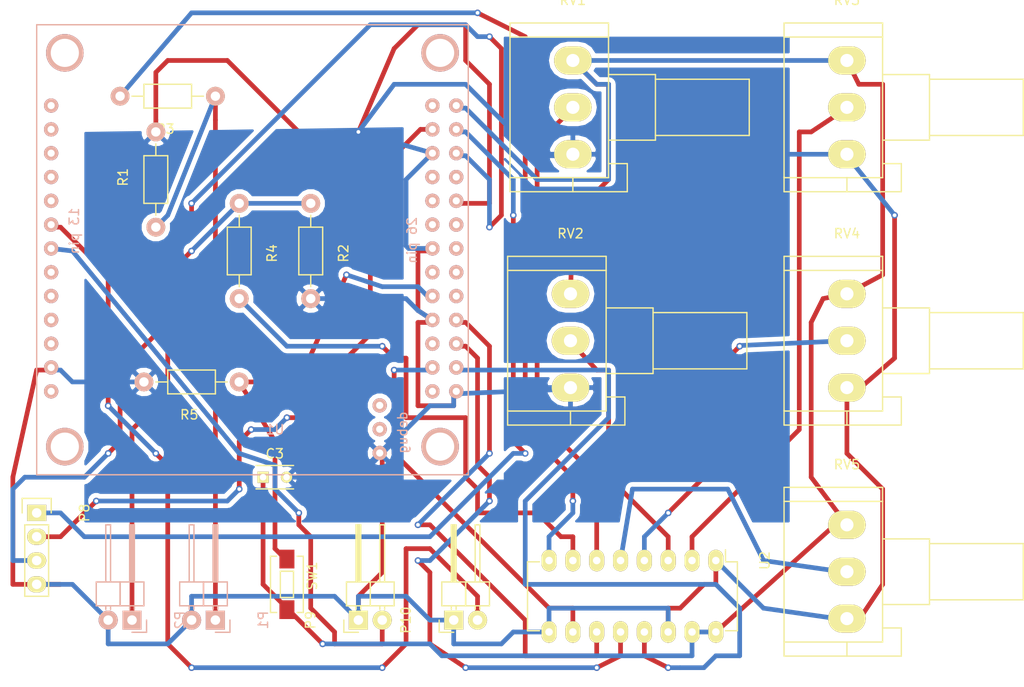
<source format=kicad_pcb>
(kicad_pcb (version 4) (host pcbnew 4.0.2+dfsg1-stable)

  (general
    (links 54)
    (no_connects 0)
    (area 39.269999 20.28626 148.716081 94.97626)
    (thickness 1.6)
    (drawings 4)
    (tracks 364)
    (zones 0)
    (modules 19)
    (nets 22)
  )

  (page A4)
  (layers
    (0 F.Cu signal)
    (31 B.Cu signal)
    (32 B.Adhes user)
    (33 F.Adhes user)
    (34 B.Paste user)
    (35 F.Paste user)
    (36 B.SilkS user)
    (37 F.SilkS user hide)
    (38 B.Mask user)
    (39 F.Mask user)
    (40 Dwgs.User user)
    (41 Cmts.User user)
    (42 Eco1.User user)
    (43 Eco2.User user)
    (44 Edge.Cuts user)
    (45 Margin user)
    (46 B.CrtYd user)
    (47 F.CrtYd user)
    (48 B.Fab user)
    (49 F.Fab user)
  )

  (setup
    (last_trace_width 0.5)
    (trace_clearance 0.3)
    (zone_clearance 0.508)
    (zone_45_only no)
    (trace_min 0.2)
    (segment_width 0.2)
    (edge_width 0.15)
    (via_size 0.7)
    (via_drill 0.4)
    (via_min_size 0.4)
    (via_min_drill 0.3)
    (uvia_size 0.3)
    (uvia_drill 0.1)
    (uvias_allowed no)
    (uvia_min_size 0.2)
    (uvia_min_drill 0.1)
    (pcb_text_width 0.3)
    (pcb_text_size 1.5 1.5)
    (mod_edge_width 0.15)
    (mod_text_size 1 1)
    (mod_text_width 0.15)
    (pad_size 1.524 1.524)
    (pad_drill 0.762)
    (pad_to_mask_clearance 0.2)
    (aux_axis_origin 0 0)
    (visible_elements FFFFFF7F)
    (pcbplotparams
      (layerselection 0x020cc_80000001)
      (usegerberextensions false)
      (excludeedgelayer true)
      (linewidth 0.100000)
      (plotframeref false)
      (viasonmask false)
      (mode 1)
      (useauxorigin false)
      (hpglpennumber 1)
      (hpglpenspeed 20)
      (hpglpendiameter 15)
      (hpglpenoverlay 2)
      (psnegative false)
      (psa4output false)
      (plotreference true)
      (plotvalue true)
      (plotinvisibletext false)
      (padsonsilk false)
      (subtractmaskfromsilk false)
      (outputformat 1)
      (mirror false)
      (drillshape 0)
      (scaleselection 1)
      (outputdirectory /home/cactus/Documents/Trabajos/bateria/Placa/placa/impresion/impresion_CSC_VAO/))
  )

  (net 0 "")
  (net 1 Earth)
  (net 2 +3V3)
  (net 3 "Net-(U1-Pad119)")
  (net 4 "Net-(U1-Pad121)")
  (net 5 "Net-(U1-Pad123)")
  (net 6 "Net-(U1-Pad124)")
  (net 7 "Net-(P1-Pad1)")
  (net 8 "Net-(P2-Pad1)")
  (net 9 "Net-(P8-Pad1)")
  (net 10 "Net-(P8-Pad2)")
  (net 11 "Net-(P8-Pad3)")
  (net 12 "Net-(R3-Pad2)")
  (net 13 "Net-(R4-Pad2)")
  (net 14 "Net-(R5-Pad1)")
  (net 15 "Net-(P9-Pad2)")
  (net 16 "Net-(P10-Pad2)")
  (net 17 "Net-(RV3-Pad2)")
  (net 18 "Net-(RV2-Pad2)")
  (net 19 "Net-(RV4-Pad2)")
  (net 20 "Net-(RV5-Pad2)")
  (net 21 "Net-(RV1-Pad2)")

  (net_class Default "This is the default net class."
    (clearance 0.3)
    (trace_width 0.5)
    (via_dia 0.7)
    (via_drill 0.4)
    (uvia_dia 0.3)
    (uvia_drill 0.1)
    (add_net +3V3)
    (add_net Earth)
    (add_net "Net-(P1-Pad1)")
    (add_net "Net-(P10-Pad2)")
    (add_net "Net-(P2-Pad1)")
    (add_net "Net-(P8-Pad1)")
    (add_net "Net-(P8-Pad2)")
    (add_net "Net-(P8-Pad3)")
    (add_net "Net-(P9-Pad2)")
    (add_net "Net-(R3-Pad2)")
    (add_net "Net-(R4-Pad2)")
    (add_net "Net-(R5-Pad1)")
    (add_net "Net-(RV1-Pad2)")
    (add_net "Net-(RV2-Pad2)")
    (add_net "Net-(RV3-Pad2)")
    (add_net "Net-(RV4-Pad2)")
    (add_net "Net-(RV5-Pad2)")
    (add_net "Net-(U1-Pad119)")
    (add_net "Net-(U1-Pad121)")
    (add_net "Net-(U1-Pad123)")
    (add_net "Net-(U1-Pad124)")
  )

  (module Potentiometers:Potentiometer_Alps-RK16-single_largePads (layer F.Cu) (tedit 5446FD75) (tstamp 5A404524)
    (at 129.54 52.832)
    (descr "Potentiometer, Alps, RK16, single, large Pads, RevA, 30 July 2010,")
    (tags "Potentiometer, Alps, RK16, single, large Pads, RevA, 30 July 2010,")
    (path /5A3D8B50)
    (fp_text reference RV4 (at 0 -6.42874) (layer F.SilkS)
      (effects (font (size 1 1) (thickness 0.15)))
    )
    (fp_text value POT (at 0 16.43126) (layer F.Fab)
      (effects (font (size 1 1) (thickness 0.15)))
    )
    (fp_line (start 0 14.00048) (end -6.70052 14.00048) (layer F.SilkS) (width 0.15))
    (fp_line (start -6.70052 14.00048) (end -6.70052 12.40028) (layer F.SilkS) (width 0.15))
    (fp_line (start 3.79984 -2.49936) (end 3.79984 -3.99796) (layer F.SilkS) (width 0.15))
    (fp_line (start 3.79984 -3.99796) (end -6.70052 -3.99796) (layer F.SilkS) (width 0.15))
    (fp_line (start -6.70052 -3.99796) (end -6.70052 -2.49936) (layer F.SilkS) (width 0.15))
    (fp_line (start 3.79984 11.00074) (end 5.79882 11.00074) (layer F.SilkS) (width 0.15))
    (fp_line (start 5.79882 11.00074) (end 5.79882 14.00048) (layer F.SilkS) (width 0.15))
    (fp_line (start 5.79882 14.00048) (end 0 14.00048) (layer F.SilkS) (width 0.15))
    (fp_line (start 0 14.00048) (end 0 12.50188) (layer F.SilkS) (width 0.15))
    (fp_line (start 8.8011 2.00152) (end 18.80108 2.00152) (layer F.SilkS) (width 0.15))
    (fp_line (start 18.80108 2.00152) (end 18.80108 8.001) (layer F.SilkS) (width 0.15))
    (fp_line (start 18.80108 8.001) (end 8.8011 8.001) (layer F.SilkS) (width 0.15))
    (fp_line (start 3.79984 1.50114) (end 8.8011 1.50114) (layer F.SilkS) (width 0.15))
    (fp_line (start 8.8011 1.50114) (end 8.8011 8.50138) (layer F.SilkS) (width 0.15))
    (fp_line (start 8.8011 8.50138) (end 3.79984 8.50138) (layer F.SilkS) (width 0.15))
    (fp_line (start 3.79984 -2.49936) (end -6.70052 -2.49936) (layer F.SilkS) (width 0.15))
    (fp_line (start -6.70052 -2.49936) (end -6.70052 12.50188) (layer F.SilkS) (width 0.15))
    (fp_line (start -6.70052 12.50188) (end 3.79984 12.50188) (layer F.SilkS) (width 0.15))
    (fp_line (start 3.79984 12.50188) (end 3.79984 -2.49936) (layer F.SilkS) (width 0.15))
    (pad 2 thru_hole oval (at 0 5.00126) (size 4.0005 2.99974) (drill 1.39954) (layers *.Cu *.Mask F.SilkS)
      (net 19 "Net-(RV4-Pad2)"))
    (pad 3 thru_hole oval (at 0 10.00252) (size 4.0005 2.99974) (drill 1.39954) (layers *.Cu *.Mask F.SilkS)
      (net 1 Earth))
    (pad 1 thru_hole oval (at 0 0) (size 4.0005 2.99974) (drill 1.39954) (layers *.Cu *.Mask F.SilkS)
      (net 2 +3V3))
  )

  (module Potentiometers:Potentiometer_Alps-RK16-single_largePads (layer F.Cu) (tedit 5446FD75) (tstamp 5A404516)
    (at 100.076 52.832)
    (descr "Potentiometer, Alps, RK16, single, large Pads, RevA, 30 July 2010,")
    (tags "Potentiometer, Alps, RK16, single, large Pads, RevA, 30 July 2010,")
    (path /5A3D8D2C)
    (fp_text reference RV2 (at 0 -6.42874) (layer F.SilkS)
      (effects (font (size 1 1) (thickness 0.15)))
    )
    (fp_text value POT (at 0 16.43126) (layer F.Fab)
      (effects (font (size 1 1) (thickness 0.15)))
    )
    (fp_line (start 0 14.00048) (end -6.70052 14.00048) (layer F.SilkS) (width 0.15))
    (fp_line (start -6.70052 14.00048) (end -6.70052 12.40028) (layer F.SilkS) (width 0.15))
    (fp_line (start 3.79984 -2.49936) (end 3.79984 -3.99796) (layer F.SilkS) (width 0.15))
    (fp_line (start 3.79984 -3.99796) (end -6.70052 -3.99796) (layer F.SilkS) (width 0.15))
    (fp_line (start -6.70052 -3.99796) (end -6.70052 -2.49936) (layer F.SilkS) (width 0.15))
    (fp_line (start 3.79984 11.00074) (end 5.79882 11.00074) (layer F.SilkS) (width 0.15))
    (fp_line (start 5.79882 11.00074) (end 5.79882 14.00048) (layer F.SilkS) (width 0.15))
    (fp_line (start 5.79882 14.00048) (end 0 14.00048) (layer F.SilkS) (width 0.15))
    (fp_line (start 0 14.00048) (end 0 12.50188) (layer F.SilkS) (width 0.15))
    (fp_line (start 8.8011 2.00152) (end 18.80108 2.00152) (layer F.SilkS) (width 0.15))
    (fp_line (start 18.80108 2.00152) (end 18.80108 8.001) (layer F.SilkS) (width 0.15))
    (fp_line (start 18.80108 8.001) (end 8.8011 8.001) (layer F.SilkS) (width 0.15))
    (fp_line (start 3.79984 1.50114) (end 8.8011 1.50114) (layer F.SilkS) (width 0.15))
    (fp_line (start 8.8011 1.50114) (end 8.8011 8.50138) (layer F.SilkS) (width 0.15))
    (fp_line (start 8.8011 8.50138) (end 3.79984 8.50138) (layer F.SilkS) (width 0.15))
    (fp_line (start 3.79984 -2.49936) (end -6.70052 -2.49936) (layer F.SilkS) (width 0.15))
    (fp_line (start -6.70052 -2.49936) (end -6.70052 12.50188) (layer F.SilkS) (width 0.15))
    (fp_line (start -6.70052 12.50188) (end 3.79984 12.50188) (layer F.SilkS) (width 0.15))
    (fp_line (start 3.79984 12.50188) (end 3.79984 -2.49936) (layer F.SilkS) (width 0.15))
    (pad 2 thru_hole oval (at 0 5.00126) (size 4.0005 2.99974) (drill 1.39954) (layers *.Cu *.Mask F.SilkS)
      (net 18 "Net-(RV2-Pad2)"))
    (pad 3 thru_hole oval (at 0 10.00252) (size 4.0005 2.99974) (drill 1.39954) (layers *.Cu *.Mask F.SilkS)
      (net 1 Earth))
    (pad 1 thru_hole oval (at 0 0) (size 4.0005 2.99974) (drill 1.39954) (layers *.Cu *.Mask F.SilkS)
      (net 2 +3V3))
  )

  (module orangepi-zero:orangepi-zero (layer B.Cu) (tedit 58930690) (tstamp 595505D0)
    (at 43.18 24.13)
    (path /5954FD02)
    (fp_text reference U1 (at 25.4 43.18) (layer B.SilkS)
      (effects (font (size 1 1) (thickness 0.15)) (justify mirror))
    )
    (fp_text value orange_pi_zero (at 25.4 2.54) (layer B.Fab)
      (effects (font (size 1 1) (thickness 0.15)) (justify mirror))
    )
    (fp_text user debug (at 39 43.5 270) (layer B.SilkS)
      (effects (font (size 1 1) (thickness 0.15)) (justify mirror))
    )
    (fp_text user "26 pin" (at 40 23 270) (layer B.SilkS)
      (effects (font (size 1 1) (thickness 0.15)) (justify mirror))
    )
    (fp_text user "13 pin" (at 4 22 270) (layer B.SilkS)
      (effects (font (size 1 1) (thickness 0.15)) (justify mirror))
    )
    (fp_line (start 0 48) (end 46 48) (layer B.SilkS) (width 0.15))
    (fp_line (start 46 48) (end 46 0) (layer B.SilkS) (width 0.15))
    (fp_line (start 46 0) (end 0 0) (layer B.SilkS) (width 0.15))
    (fp_line (start 0 0) (end 0 48) (layer B.SilkS) (width 0.15))
    (pad "" thru_hole circle (at 43 45) (size 4 4) (drill 3) (layers *.Cu *.Mask B.SilkS))
    (pad 1 thru_hole circle (at 1.54 39.1) (size 1.524 1.524) (drill 0.762) (layers *.Cu *.Mask B.SilkS))
    (pad 2 thru_hole circle (at 1.54 36.56) (size 1.524 1.524) (drill 0.762) (layers *.Cu *.Mask B.SilkS)
      (net 1 Earth))
    (pad 3 thru_hole circle (at 1.54 34.02) (size 1.524 1.524) (drill 0.762) (layers *.Cu *.Mask B.SilkS))
    (pad 4 thru_hole circle (at 1.54 31.48) (size 1.524 1.524) (drill 0.762) (layers *.Cu *.Mask B.SilkS))
    (pad 5 thru_hole circle (at 1.54 28.94) (size 1.524 1.524) (drill 0.762) (layers *.Cu *.Mask B.SilkS))
    (pad 6 thru_hole circle (at 1.54 26.4) (size 1.524 1.524) (drill 0.762) (layers *.Cu *.Mask B.SilkS))
    (pad 7 thru_hole circle (at 1.54 23.86) (size 1.524 1.524) (drill 0.762) (layers *.Cu *.Mask B.SilkS)
      (net 15 "Net-(P9-Pad2)"))
    (pad 8 thru_hole circle (at 1.54 21.32) (size 1.524 1.524) (drill 0.762) (layers *.Cu *.Mask B.SilkS)
      (net 16 "Net-(P10-Pad2)"))
    (pad 9 thru_hole circle (at 1.54 18.78) (size 1.524 1.524) (drill 0.762) (layers *.Cu *.Mask B.SilkS))
    (pad 10 thru_hole circle (at 1.54 16.24) (size 1.524 1.524) (drill 0.762) (layers *.Cu *.Mask B.SilkS))
    (pad 11 thru_hole circle (at 1.54 13.7) (size 1.524 1.524) (drill 0.762) (layers *.Cu *.Mask B.SilkS))
    (pad 12 thru_hole circle (at 1.54 11.16) (size 1.524 1.524) (drill 0.762) (layers *.Cu *.Mask B.SilkS))
    (pad 13 thru_hole circle (at 1.54 8.62) (size 1.524 1.524) (drill 0.762) (layers *.Cu *.Mask B.SilkS))
    (pad 101 thru_hole circle (at 44.72 8.62) (size 1.524 1.524) (drill 0.762) (layers *.Cu *.Mask B.SilkS)
      (net 2 +3V3))
    (pad 102 thru_hole circle (at 42.18 8.62) (size 1.524 1.524) (drill 0.762) (layers *.Cu *.Mask B.SilkS))
    (pad 103 thru_hole circle (at 44.72 11.16) (size 1.524 1.524) (drill 0.762) (layers *.Cu *.Mask B.SilkS)
      (net 9 "Net-(P8-Pad1)"))
    (pad 104 thru_hole circle (at 42.18 11.16) (size 1.524 1.524) (drill 0.762) (layers *.Cu *.Mask B.SilkS)
      (net 10 "Net-(P8-Pad2)"))
    (pad 105 thru_hole circle (at 44.72 13.7) (size 1.524 1.524) (drill 0.762) (layers *.Cu *.Mask B.SilkS)
      (net 11 "Net-(P8-Pad3)"))
    (pad 106 thru_hole circle (at 42.18 13.7) (size 1.524 1.524) (drill 0.762) (layers *.Cu *.Mask B.SilkS)
      (net 1 Earth))
    (pad 107 thru_hole circle (at 44.72 16.24) (size 1.524 1.524) (drill 0.762) (layers *.Cu *.Mask B.SilkS))
    (pad 108 thru_hole circle (at 42.18 16.24) (size 1.524 1.524) (drill 0.762) (layers *.Cu *.Mask B.SilkS))
    (pad 109 thru_hole circle (at 44.72 18.78) (size 1.524 1.524) (drill 0.762) (layers *.Cu *.Mask B.SilkS)
      (net 1 Earth))
    (pad 110 thru_hole circle (at 42.18 18.78) (size 1.524 1.524) (drill 0.762) (layers *.Cu *.Mask B.SilkS))
    (pad 111 thru_hole circle (at 44.72 21.32) (size 1.524 1.524) (drill 0.762) (layers *.Cu *.Mask B.SilkS))
    (pad 112 thru_hole circle (at 42.18 21.32) (size 1.524 1.524) (drill 0.762) (layers *.Cu *.Mask B.SilkS))
    (pad 113 thru_hole circle (at 44.72 23.86) (size 1.524 1.524) (drill 0.762) (layers *.Cu *.Mask B.SilkS))
    (pad 114 thru_hole circle (at 42.18 23.86) (size 1.524 1.524) (drill 0.762) (layers *.Cu *.Mask B.SilkS)
      (net 1 Earth))
    (pad 115 thru_hole circle (at 44.72 26.4) (size 1.524 1.524) (drill 0.762) (layers *.Cu *.Mask B.SilkS))
    (pad 116 thru_hole circle (at 42.18 26.4) (size 1.524 1.524) (drill 0.762) (layers *.Cu *.Mask B.SilkS))
    (pad 117 thru_hole circle (at 44.72 28.94) (size 1.524 1.524) (drill 0.762) (layers *.Cu *.Mask B.SilkS))
    (pad 118 thru_hole circle (at 42.18 28.94) (size 1.524 1.524) (drill 0.762) (layers *.Cu *.Mask B.SilkS)
      (net 14 "Net-(R5-Pad1)"))
    (pad 119 thru_hole circle (at 44.72 31.48) (size 1.524 1.524) (drill 0.762) (layers *.Cu *.Mask B.SilkS)
      (net 3 "Net-(U1-Pad119)"))
    (pad 120 thru_hole circle (at 42.18 31.48) (size 1.524 1.524) (drill 0.762) (layers *.Cu *.Mask B.SilkS)
      (net 1 Earth))
    (pad 121 thru_hole circle (at 44.72 34.02) (size 1.524 1.524) (drill 0.762) (layers *.Cu *.Mask B.SilkS)
      (net 4 "Net-(U1-Pad121)"))
    (pad 122 thru_hole circle (at 42.18 34.02) (size 1.524 1.524) (drill 0.762) (layers *.Cu *.Mask B.SilkS))
    (pad 123 thru_hole circle (at 44.72 36.56) (size 1.524 1.524) (drill 0.762) (layers *.Cu *.Mask B.SilkS)
      (net 5 "Net-(U1-Pad123)"))
    (pad 124 thru_hole circle (at 42.18 36.56) (size 1.524 1.524) (drill 0.762) (layers *.Cu *.Mask B.SilkS)
      (net 6 "Net-(U1-Pad124)"))
    (pad 125 thru_hole circle (at 44.72 39.1) (size 1.524 1.524) (drill 0.762) (layers *.Cu *.Mask B.SilkS)
      (net 1 Earth))
    (pad 126 thru_hole circle (at 42.18 39.1) (size 1.524 1.524) (drill 0.762) (layers *.Cu *.Mask B.SilkS))
    (pad 201 thru_hole circle (at 36.56 45.68) (size 1.524 1.524) (drill 0.762) (layers *.Cu *.Mask B.SilkS)
      (net 1 Earth))
    (pad 202 thru_hole circle (at 36.56 43.14) (size 1.524 1.524) (drill 0.762) (layers *.Cu *.Mask B.SilkS))
    (pad 203 thru_hole circle (at 36.56 40.6) (size 1.524 1.524) (drill 0.762) (layers *.Cu *.Mask B.SilkS))
    (pad "" thru_hole circle (at 3 45) (size 4 4) (drill 3) (layers *.Cu *.Mask B.SilkS))
    (pad "" thru_hole circle (at 3 3) (size 4 4) (drill 3) (layers *.Cu *.Mask B.SilkS))
    (pad "" thru_hole circle (at 43 3) (size 4 4) (drill 3) (layers *.Cu *.Mask B.SilkS))
  )

  (module Pin_Headers:Pin_Header_Angled_1x02 (layer B.Cu) (tedit 0) (tstamp 59550569)
    (at 62.23 87.63 90)
    (descr "Through hole pin header")
    (tags "pin header")
    (path /594A7F25)
    (fp_text reference P1 (at 0 5.1 90) (layer B.SilkS)
      (effects (font (size 1 1) (thickness 0.15)) (justify mirror))
    )
    (fp_text value CONN_01X02 (at 0 3.1 90) (layer B.Fab)
      (effects (font (size 1 1) (thickness 0.15)) (justify mirror))
    )
    (fp_line (start -1.5 1.75) (end -1.5 -4.3) (layer B.CrtYd) (width 0.05))
    (fp_line (start 10.65 1.75) (end 10.65 -4.3) (layer B.CrtYd) (width 0.05))
    (fp_line (start -1.5 1.75) (end 10.65 1.75) (layer B.CrtYd) (width 0.05))
    (fp_line (start -1.5 -4.3) (end 10.65 -4.3) (layer B.CrtYd) (width 0.05))
    (fp_line (start -1.3 1.55) (end -1.3 0) (layer B.SilkS) (width 0.15))
    (fp_line (start 0 1.55) (end -1.3 1.55) (layer B.SilkS) (width 0.15))
    (fp_line (start 4.191 0.127) (end 10.033 0.127) (layer B.SilkS) (width 0.15))
    (fp_line (start 10.033 0.127) (end 10.033 -0.127) (layer B.SilkS) (width 0.15))
    (fp_line (start 10.033 -0.127) (end 4.191 -0.127) (layer B.SilkS) (width 0.15))
    (fp_line (start 4.191 -0.127) (end 4.191 0) (layer B.SilkS) (width 0.15))
    (fp_line (start 4.191 0) (end 10.033 0) (layer B.SilkS) (width 0.15))
    (fp_line (start 1.524 0.254) (end 1.143 0.254) (layer B.SilkS) (width 0.15))
    (fp_line (start 1.524 -0.254) (end 1.143 -0.254) (layer B.SilkS) (width 0.15))
    (fp_line (start 1.524 -2.286) (end 1.143 -2.286) (layer B.SilkS) (width 0.15))
    (fp_line (start 1.524 -2.794) (end 1.143 -2.794) (layer B.SilkS) (width 0.15))
    (fp_line (start 1.524 1.27) (end 4.064 1.27) (layer B.SilkS) (width 0.15))
    (fp_line (start 1.524 -1.27) (end 4.064 -1.27) (layer B.SilkS) (width 0.15))
    (fp_line (start 1.524 -1.27) (end 1.524 -3.81) (layer B.SilkS) (width 0.15))
    (fp_line (start 1.524 -3.81) (end 4.064 -3.81) (layer B.SilkS) (width 0.15))
    (fp_line (start 4.064 -2.286) (end 10.16 -2.286) (layer B.SilkS) (width 0.15))
    (fp_line (start 10.16 -2.286) (end 10.16 -2.794) (layer B.SilkS) (width 0.15))
    (fp_line (start 10.16 -2.794) (end 4.064 -2.794) (layer B.SilkS) (width 0.15))
    (fp_line (start 4.064 -3.81) (end 4.064 -1.27) (layer B.SilkS) (width 0.15))
    (fp_line (start 4.064 -1.27) (end 4.064 1.27) (layer B.SilkS) (width 0.15))
    (fp_line (start 10.16 -0.254) (end 4.064 -0.254) (layer B.SilkS) (width 0.15))
    (fp_line (start 10.16 0.254) (end 10.16 -0.254) (layer B.SilkS) (width 0.15))
    (fp_line (start 4.064 0.254) (end 10.16 0.254) (layer B.SilkS) (width 0.15))
    (fp_line (start 1.524 -1.27) (end 4.064 -1.27) (layer B.SilkS) (width 0.15))
    (fp_line (start 1.524 1.27) (end 1.524 -1.27) (layer B.SilkS) (width 0.15))
    (pad 1 thru_hole rect (at 0 0 90) (size 2.032 2.032) (drill 1.016) (layers *.Cu *.Mask B.SilkS)
      (net 7 "Net-(P1-Pad1)"))
    (pad 2 thru_hole oval (at 0 -2.54 90) (size 2.032 2.032) (drill 1.016) (layers *.Cu *.Mask B.SilkS)
      (net 1 Earth))
    (model Pin_Headers.3dshapes/Pin_Header_Angled_1x02.wrl
      (at (xyz 0 -0.05 0))
      (scale (xyz 1 1 1))
      (rotate (xyz 0 0 90))
    )
  )

  (module Pin_Headers:Pin_Header_Angled_1x02 (layer B.Cu) (tedit 5A40478E) (tstamp 5955056F)
    (at 53.34 87.63 90)
    (descr "Through hole pin header")
    (tags "pin header")
    (path /594A825D)
    (fp_text reference P2 (at 0 5.1 90) (layer B.SilkS)
      (effects (font (size 1 1) (thickness 0.15)) (justify mirror))
    )
    (fp_text value CONN_01X02 (at 0 3.1 90) (layer B.Fab)
      (effects (font (size 1 1) (thickness 0.15)) (justify mirror))
    )
    (fp_line (start -1.5 1.75) (end -1.5 -4.3) (layer B.CrtYd) (width 0.05))
    (fp_line (start 10.65 1.75) (end 10.65 -4.3) (layer B.CrtYd) (width 0.05))
    (fp_line (start -1.5 1.75) (end 10.65 1.75) (layer B.CrtYd) (width 0.05))
    (fp_line (start -1.5 -4.3) (end 10.65 -4.3) (layer B.CrtYd) (width 0.05))
    (fp_line (start -1.3 1.55) (end -1.3 0) (layer B.SilkS) (width 0.15))
    (fp_line (start 0 1.55) (end -1.3 1.55) (layer B.SilkS) (width 0.15))
    (fp_line (start 4.191 0.127) (end 10.033 0.127) (layer B.SilkS) (width 0.15))
    (fp_line (start 10.033 0.127) (end 10.033 -0.127) (layer B.SilkS) (width 0.15))
    (fp_line (start 10.033 -0.127) (end 4.191 -0.127) (layer B.SilkS) (width 0.15))
    (fp_line (start 4.191 -0.127) (end 4.191 0) (layer B.SilkS) (width 0.15))
    (fp_line (start 4.191 0) (end 10.033 0) (layer B.SilkS) (width 0.15))
    (fp_line (start 1.524 0.254) (end 1.143 0.254) (layer B.SilkS) (width 0.15))
    (fp_line (start 1.524 -0.254) (end 1.143 -0.254) (layer B.SilkS) (width 0.15))
    (fp_line (start 1.524 -2.286) (end 1.143 -2.286) (layer B.SilkS) (width 0.15))
    (fp_line (start 1.524 -2.794) (end 1.143 -2.794) (layer B.SilkS) (width 0.15))
    (fp_line (start 1.524 1.27) (end 4.064 1.27) (layer B.SilkS) (width 0.15))
    (fp_line (start 1.524 -1.27) (end 4.064 -1.27) (layer B.SilkS) (width 0.15))
    (fp_line (start 1.524 -1.27) (end 1.524 -3.81) (layer B.SilkS) (width 0.15))
    (fp_line (start 1.524 -3.81) (end 4.064 -3.81) (layer B.SilkS) (width 0.15))
    (fp_line (start 4.064 -2.286) (end 10.16 -2.286) (layer B.SilkS) (width 0.15))
    (fp_line (start 10.16 -2.286) (end 10.16 -2.794) (layer B.SilkS) (width 0.15))
    (fp_line (start 10.16 -2.794) (end 4.064 -2.794) (layer B.SilkS) (width 0.15))
    (fp_line (start 4.064 -3.81) (end 4.064 -1.27) (layer B.SilkS) (width 0.15))
    (fp_line (start 4.064 -1.27) (end 4.064 1.27) (layer B.SilkS) (width 0.15))
    (fp_line (start 10.16 -0.254) (end 4.064 -0.254) (layer B.SilkS) (width 0.15))
    (fp_line (start 10.16 0.254) (end 10.16 -0.254) (layer B.SilkS) (width 0.15))
    (fp_line (start 4.064 0.254) (end 10.16 0.254) (layer B.SilkS) (width 0.15))
    (fp_line (start 1.524 -1.27) (end 4.064 -1.27) (layer B.SilkS) (width 0.15))
    (fp_line (start 1.524 1.27) (end 1.524 -1.27) (layer B.SilkS) (width 0.15))
    (pad 1 thru_hole rect (at 0 0 90) (size 2.032 2.032) (drill 1.016) (layers *.Cu *.Mask B.SilkS)
      (net 8 "Net-(P2-Pad1)"))
    (pad 2 thru_hole oval (at 0 -2.54 90) (size 2.032 2.032) (drill 1.016) (layers *.Cu *.Mask B.SilkS)
      (net 1 Earth))
    (model Pin_Headers.3dshapes/Pin_Header_Angled_1x02.wrl
      (at (xyz 0 -0.05 0))
      (scale (xyz 1 1 1))
      (rotate (xyz 0 0 90))
    )
  )

  (module Housings_DIP:DIP-16_W7.62mm_LongPads (layer F.Cu) (tedit 54130A77) (tstamp 595505E4)
    (at 115.57 81.28 270)
    (descr "16-lead dip package, row spacing 7.62 mm (300 mils), longer pads")
    (tags "dil dip 2.54 300")
    (path /594A6E7F)
    (fp_text reference U2 (at 0 -5.22 270) (layer F.SilkS)
      (effects (font (size 1 1) (thickness 0.15)))
    )
    (fp_text value MCP3008 (at 0 -3.72 270) (layer F.Fab)
      (effects (font (size 1 1) (thickness 0.15)))
    )
    (fp_line (start -1.4 -2.45) (end -1.4 20.25) (layer F.CrtYd) (width 0.05))
    (fp_line (start 9 -2.45) (end 9 20.25) (layer F.CrtYd) (width 0.05))
    (fp_line (start -1.4 -2.45) (end 9 -2.45) (layer F.CrtYd) (width 0.05))
    (fp_line (start -1.4 20.25) (end 9 20.25) (layer F.CrtYd) (width 0.05))
    (fp_line (start 0.135 -2.295) (end 0.135 -1.025) (layer F.SilkS) (width 0.15))
    (fp_line (start 7.485 -2.295) (end 7.485 -1.025) (layer F.SilkS) (width 0.15))
    (fp_line (start 7.485 20.075) (end 7.485 18.805) (layer F.SilkS) (width 0.15))
    (fp_line (start 0.135 20.075) (end 0.135 18.805) (layer F.SilkS) (width 0.15))
    (fp_line (start 0.135 -2.295) (end 7.485 -2.295) (layer F.SilkS) (width 0.15))
    (fp_line (start 0.135 20.075) (end 7.485 20.075) (layer F.SilkS) (width 0.15))
    (fp_line (start 0.135 -1.025) (end -1.15 -1.025) (layer F.SilkS) (width 0.15))
    (pad 1 thru_hole oval (at 0 0 270) (size 2.3 1.6) (drill 0.8) (layers *.Cu *.Mask F.SilkS)
      (net 1 Earth))
    (pad 2 thru_hole oval (at 0 2.54 270) (size 2.3 1.6) (drill 0.8) (layers *.Cu *.Mask F.SilkS)
      (net 17 "Net-(RV3-Pad2)"))
    (pad 3 thru_hole oval (at 0 5.08 270) (size 2.3 1.6) (drill 0.8) (layers *.Cu *.Mask F.SilkS)
      (net 18 "Net-(RV2-Pad2)"))
    (pad 4 thru_hole oval (at 0 7.62 270) (size 2.3 1.6) (drill 0.8) (layers *.Cu *.Mask F.SilkS)
      (net 19 "Net-(RV4-Pad2)"))
    (pad 5 thru_hole oval (at 0 10.16 270) (size 2.3 1.6) (drill 0.8) (layers *.Cu *.Mask F.SilkS)
      (net 20 "Net-(RV5-Pad2)"))
    (pad 6 thru_hole oval (at 0 12.7 270) (size 2.3 1.6) (drill 0.8) (layers *.Cu *.Mask F.SilkS)
      (net 21 "Net-(RV1-Pad2)"))
    (pad 7 thru_hole oval (at 0 15.24 270) (size 2.3 1.6) (drill 0.8) (layers *.Cu *.Mask F.SilkS)
      (net 13 "Net-(R4-Pad2)"))
    (pad 8 thru_hole oval (at 0 17.78 270) (size 2.3 1.6) (drill 0.8) (layers *.Cu *.Mask F.SilkS)
      (net 12 "Net-(R3-Pad2)"))
    (pad 9 thru_hole oval (at 7.62 17.78 270) (size 2.3 1.6) (drill 0.8) (layers *.Cu *.Mask F.SilkS)
      (net 1 Earth))
    (pad 10 thru_hole oval (at 7.62 15.24 270) (size 2.3 1.6) (drill 0.8) (layers *.Cu *.Mask F.SilkS)
      (net 6 "Net-(U1-Pad124)"))
    (pad 11 thru_hole oval (at 7.62 12.7 270) (size 2.3 1.6) (drill 0.8) (layers *.Cu *.Mask F.SilkS)
      (net 3 "Net-(U1-Pad119)"))
    (pad 12 thru_hole oval (at 7.62 10.16 270) (size 2.3 1.6) (drill 0.8) (layers *.Cu *.Mask F.SilkS)
      (net 4 "Net-(U1-Pad121)"))
    (pad 13 thru_hole oval (at 7.62 7.62 270) (size 2.3 1.6) (drill 0.8) (layers *.Cu *.Mask F.SilkS)
      (net 5 "Net-(U1-Pad123)"))
    (pad 14 thru_hole oval (at 7.62 5.08 270) (size 2.3 1.6) (drill 0.8) (layers *.Cu *.Mask F.SilkS)
      (net 1 Earth))
    (pad 15 thru_hole oval (at 7.62 2.54 270) (size 2.3 1.6) (drill 0.8) (layers *.Cu *.Mask F.SilkS)
      (net 2 +3V3))
    (pad 16 thru_hole oval (at 7.62 0 270) (size 2.3 1.6) (drill 0.8) (layers *.Cu *.Mask F.SilkS)
      (net 2 +3V3))
    (model Housings_DIP.3dshapes/DIP-16_W7.62mm_LongPads.wrl
      (at (xyz 0 0 0))
      (scale (xyz 1 1 1))
      (rotate (xyz 0 0 0))
    )
  )

  (module Capacitors_ThroughHole:C_Rect_L4_W2.5_P2.5 (layer F.Cu) (tedit 0) (tstamp 59E8BD44)
    (at 67.31 72.39)
    (descr "Film Capacitor Length 4mm x Width 2.5mm, Pitch 2.5mm")
    (tags Capacitor)
    (path /59A8E766)
    (fp_text reference C3 (at 1.25 -2.5) (layer F.SilkS)
      (effects (font (size 1 1) (thickness 0.15)))
    )
    (fp_text value C (at 1.25 2.5) (layer F.Fab)
      (effects (font (size 1 1) (thickness 0.15)))
    )
    (fp_line (start -1 -1.5) (end 3.5 -1.5) (layer F.CrtYd) (width 0.05))
    (fp_line (start 3.5 -1.5) (end 3.5 1.5) (layer F.CrtYd) (width 0.05))
    (fp_line (start 3.5 1.5) (end -1 1.5) (layer F.CrtYd) (width 0.05))
    (fp_line (start -1 1.5) (end -1 -1.5) (layer F.CrtYd) (width 0.05))
    (fp_line (start -0.75 -1.25) (end 3.25 -1.25) (layer F.SilkS) (width 0.15))
    (fp_line (start -0.75 1.25) (end 3.25 1.25) (layer F.SilkS) (width 0.15))
    (pad 1 thru_hole rect (at 0 0) (size 1.2 1.2) (drill 0.7) (layers *.Cu *.Mask F.SilkS)
      (net 2 +3V3))
    (pad 2 thru_hole circle (at 2.5 0) (size 1.2 1.2) (drill 0.7) (layers *.Cu *.Mask F.SilkS)
      (net 1 Earth))
  )

  (module Socket_Strips:Socket_Strip_Straight_1x04 (layer F.Cu) (tedit 5A4104EF) (tstamp 59E8BD4C)
    (at 43.18 76.2 270)
    (descr "Through hole socket strip")
    (tags "socket strip")
    (path /59A77445)
    (fp_text reference P8 (at 0 -5.1 270) (layer F.SilkS)
      (effects (font (size 1 1) (thickness 0.15)))
    )
    (fp_text value CONN_01X04 (at 0 -3.81 270) (layer F.Fab)
      (effects (font (size 1 1) (thickness 0.15)))
    )
    (fp_line (start -1.75 -1.75) (end -1.75 1.75) (layer F.CrtYd) (width 0.05))
    (fp_line (start 9.4 -1.75) (end 9.4 1.75) (layer F.CrtYd) (width 0.05))
    (fp_line (start -1.75 -1.75) (end 9.4 -1.75) (layer F.CrtYd) (width 0.05))
    (fp_line (start -1.75 1.75) (end 9.4 1.75) (layer F.CrtYd) (width 0.05))
    (fp_line (start 1.27 -1.27) (end 8.89 -1.27) (layer F.SilkS) (width 0.15))
    (fp_line (start 1.27 1.27) (end 8.89 1.27) (layer F.SilkS) (width 0.15))
    (fp_line (start -1.55 1.55) (end 0 1.55) (layer F.SilkS) (width 0.15))
    (fp_line (start 8.89 -1.27) (end 8.89 1.27) (layer F.SilkS) (width 0.15))
    (fp_line (start 1.27 1.27) (end 1.27 -1.27) (layer F.SilkS) (width 0.15))
    (fp_line (start 0 -1.55) (end -1.55 -1.55) (layer F.SilkS) (width 0.15))
    (fp_line (start -1.55 -1.55) (end -1.55 1.55) (layer F.SilkS) (width 0.15))
    (pad 1 thru_hole rect (at 0 0 270) (size 1.7272 2.032) (drill 1.016) (layers *.Cu *.Mask F.SilkS)
      (net 9 "Net-(P8-Pad1)"))
    (pad 2 thru_hole oval (at 2.54 0 270) (size 1.7272 2.032) (drill 1.016) (layers *.Cu *.Mask F.SilkS)
      (net 10 "Net-(P8-Pad2)"))
    (pad 3 thru_hole oval (at 5.08 0 270) (size 1.7272 2.032) (drill 1.016) (layers *.Cu *.Mask F.SilkS)
      (net 11 "Net-(P8-Pad3)"))
    (pad 4 thru_hole oval (at 7.62 0 270) (size 1.7272 2.032) (drill 1.016) (layers *.Cu *.Mask F.SilkS)
      (net 1 Earth))
    (model Socket_Strips.3dshapes/Socket_Strip_Straight_1x04.wrl
      (at (xyz 0.15 0 0))
      (scale (xyz 1 1 1))
      (rotate (xyz 0 0 180))
    )
  )

  (module Resistors_ThroughHole:Resistor_Horizontal_RM10mm (layer F.Cu) (tedit 5A410682) (tstamp 59E8BD4D)
    (at 55.88 45.72 90)
    (descr "Resistor, Axial,  RM 10mm, 1/3W")
    (tags "Resistor Axial RM 10mm 1/3W")
    (path /594A774F)
    (fp_text reference R1 (at 5.32892 -3.50012 90) (layer F.SilkS)
      (effects (font (size 1 1) (thickness 0.15)))
    )
    (fp_text value R (at 5.08 3.81 90) (layer F.Fab)
      (effects (font (size 1 1) (thickness 0.15)))
    )
    (fp_line (start -1.25 -1.5) (end 11.4 -1.5) (layer F.CrtYd) (width 0.05))
    (fp_line (start -1.25 1.5) (end -1.25 -1.5) (layer F.CrtYd) (width 0.05))
    (fp_line (start 11.4 -1.5) (end 11.4 1.5) (layer F.CrtYd) (width 0.05))
    (fp_line (start -1.25 1.5) (end 11.4 1.5) (layer F.CrtYd) (width 0.05))
    (fp_line (start 2.54 -1.27) (end 7.62 -1.27) (layer F.SilkS) (width 0.15))
    (fp_line (start 7.62 -1.27) (end 7.62 1.27) (layer F.SilkS) (width 0.15))
    (fp_line (start 7.62 1.27) (end 2.54 1.27) (layer F.SilkS) (width 0.15))
    (fp_line (start 2.54 1.27) (end 2.54 -1.27) (layer F.SilkS) (width 0.15))
    (fp_line (start 2.54 0) (end 1.27 0) (layer F.SilkS) (width 0.15))
    (fp_line (start 7.62 0) (end 8.89 0) (layer F.SilkS) (width 0.15))
    (pad 1 thru_hole circle (at 0 0 90) (size 1.99898 1.99898) (drill 1.00076) (layers *.Cu *.SilkS *.Mask)
      (net 7 "Net-(P1-Pad1)"))
    (pad 2 thru_hole circle (at 10.16 0 90) (size 1.99898 1.99898) (drill 1.00076) (layers *.Cu *.SilkS *.Mask)
      (net 1 Earth))
    (model Resistors_ThroughHole.3dshapes/Resistor_Horizontal_RM10mm.wrl
      (at (xyz 0 0 0))
      (scale (xyz 0.4 0.4 0.4))
      (rotate (xyz 0 0 0))
    )
  )

  (module Resistors_ThroughHole:Resistor_Horizontal_RM10mm (layer F.Cu) (tedit 56648415) (tstamp 59E8BD52)
    (at 72.39 43.18 270)
    (descr "Resistor, Axial,  RM 10mm, 1/3W")
    (tags "Resistor Axial RM 10mm 1/3W")
    (path /594A779E)
    (fp_text reference R2 (at 5.32892 -3.50012 270) (layer F.SilkS)
      (effects (font (size 1 1) (thickness 0.15)))
    )
    (fp_text value R (at 5.08 3.81 270) (layer F.Fab)
      (effects (font (size 1 1) (thickness 0.15)))
    )
    (fp_line (start -1.25 -1.5) (end 11.4 -1.5) (layer F.CrtYd) (width 0.05))
    (fp_line (start -1.25 1.5) (end -1.25 -1.5) (layer F.CrtYd) (width 0.05))
    (fp_line (start 11.4 -1.5) (end 11.4 1.5) (layer F.CrtYd) (width 0.05))
    (fp_line (start -1.25 1.5) (end 11.4 1.5) (layer F.CrtYd) (width 0.05))
    (fp_line (start 2.54 -1.27) (end 7.62 -1.27) (layer F.SilkS) (width 0.15))
    (fp_line (start 7.62 -1.27) (end 7.62 1.27) (layer F.SilkS) (width 0.15))
    (fp_line (start 7.62 1.27) (end 2.54 1.27) (layer F.SilkS) (width 0.15))
    (fp_line (start 2.54 1.27) (end 2.54 -1.27) (layer F.SilkS) (width 0.15))
    (fp_line (start 2.54 0) (end 1.27 0) (layer F.SilkS) (width 0.15))
    (fp_line (start 7.62 0) (end 8.89 0) (layer F.SilkS) (width 0.15))
    (pad 1 thru_hole circle (at 0 0 270) (size 1.99898 1.99898) (drill 1.00076) (layers *.Cu *.SilkS *.Mask)
      (net 8 "Net-(P2-Pad1)"))
    (pad 2 thru_hole circle (at 10.16 0 270) (size 1.99898 1.99898) (drill 1.00076) (layers *.Cu *.SilkS *.Mask)
      (net 1 Earth))
    (model Resistors_ThroughHole.3dshapes/Resistor_Horizontal_RM10mm.wrl
      (at (xyz 0 0 0))
      (scale (xyz 0.4 0.4 0.4))
      (rotate (xyz 0 0 0))
    )
  )

  (module Resistors_ThroughHole:Resistor_Horizontal_RM10mm (layer F.Cu) (tedit 56648415) (tstamp 59E8BD5C)
    (at 62.23 31.75 180)
    (descr "Resistor, Axial,  RM 10mm, 1/3W")
    (tags "Resistor Axial RM 10mm 1/3W")
    (path /59E8B1D7)
    (fp_text reference R3 (at 5.32892 -3.50012 180) (layer F.SilkS)
      (effects (font (size 1 1) (thickness 0.15)))
    )
    (fp_text value R (at 5.08 3.81 180) (layer F.Fab)
      (effects (font (size 1 1) (thickness 0.15)))
    )
    (fp_line (start -1.25 -1.5) (end 11.4 -1.5) (layer F.CrtYd) (width 0.05))
    (fp_line (start -1.25 1.5) (end -1.25 -1.5) (layer F.CrtYd) (width 0.05))
    (fp_line (start 11.4 -1.5) (end 11.4 1.5) (layer F.CrtYd) (width 0.05))
    (fp_line (start -1.25 1.5) (end 11.4 1.5) (layer F.CrtYd) (width 0.05))
    (fp_line (start 2.54 -1.27) (end 7.62 -1.27) (layer F.SilkS) (width 0.15))
    (fp_line (start 7.62 -1.27) (end 7.62 1.27) (layer F.SilkS) (width 0.15))
    (fp_line (start 7.62 1.27) (end 2.54 1.27) (layer F.SilkS) (width 0.15))
    (fp_line (start 2.54 1.27) (end 2.54 -1.27) (layer F.SilkS) (width 0.15))
    (fp_line (start 2.54 0) (end 1.27 0) (layer F.SilkS) (width 0.15))
    (fp_line (start 7.62 0) (end 8.89 0) (layer F.SilkS) (width 0.15))
    (pad 1 thru_hole circle (at 0 0 180) (size 1.99898 1.99898) (drill 1.00076) (layers *.Cu *.SilkS *.Mask)
      (net 7 "Net-(P1-Pad1)"))
    (pad 2 thru_hole circle (at 10.16 0 180) (size 1.99898 1.99898) (drill 1.00076) (layers *.Cu *.SilkS *.Mask)
      (net 12 "Net-(R3-Pad2)"))
    (model Resistors_ThroughHole.3dshapes/Resistor_Horizontal_RM10mm.wrl
      (at (xyz 0 0 0))
      (scale (xyz 0.4 0.4 0.4))
      (rotate (xyz 0 0 0))
    )
  )

  (module Resistors_ThroughHole:Resistor_Horizontal_RM10mm (layer F.Cu) (tedit 56648415) (tstamp 59E8BD62)
    (at 64.77 43.18 270)
    (descr "Resistor, Axial,  RM 10mm, 1/3W")
    (tags "Resistor Axial RM 10mm 1/3W")
    (path /59E8B241)
    (fp_text reference R4 (at 5.32892 -3.50012 270) (layer F.SilkS)
      (effects (font (size 1 1) (thickness 0.15)))
    )
    (fp_text value R (at 5.08 3.81 270) (layer F.Fab)
      (effects (font (size 1 1) (thickness 0.15)))
    )
    (fp_line (start -1.25 -1.5) (end 11.4 -1.5) (layer F.CrtYd) (width 0.05))
    (fp_line (start -1.25 1.5) (end -1.25 -1.5) (layer F.CrtYd) (width 0.05))
    (fp_line (start 11.4 -1.5) (end 11.4 1.5) (layer F.CrtYd) (width 0.05))
    (fp_line (start -1.25 1.5) (end 11.4 1.5) (layer F.CrtYd) (width 0.05))
    (fp_line (start 2.54 -1.27) (end 7.62 -1.27) (layer F.SilkS) (width 0.15))
    (fp_line (start 7.62 -1.27) (end 7.62 1.27) (layer F.SilkS) (width 0.15))
    (fp_line (start 7.62 1.27) (end 2.54 1.27) (layer F.SilkS) (width 0.15))
    (fp_line (start 2.54 1.27) (end 2.54 -1.27) (layer F.SilkS) (width 0.15))
    (fp_line (start 2.54 0) (end 1.27 0) (layer F.SilkS) (width 0.15))
    (fp_line (start 7.62 0) (end 8.89 0) (layer F.SilkS) (width 0.15))
    (pad 1 thru_hole circle (at 0 0 270) (size 1.99898 1.99898) (drill 1.00076) (layers *.Cu *.SilkS *.Mask)
      (net 8 "Net-(P2-Pad1)"))
    (pad 2 thru_hole circle (at 10.16 0 270) (size 1.99898 1.99898) (drill 1.00076) (layers *.Cu *.SilkS *.Mask)
      (net 13 "Net-(R4-Pad2)"))
    (model Resistors_ThroughHole.3dshapes/Resistor_Horizontal_RM10mm.wrl
      (at (xyz 0 0 0))
      (scale (xyz 0.4 0.4 0.4))
      (rotate (xyz 0 0 0))
    )
  )

  (module Resistors_ThroughHole:Resistor_Horizontal_RM10mm (layer F.Cu) (tedit 56648415) (tstamp 59E8BD68)
    (at 64.77 62.23 180)
    (descr "Resistor, Axial,  RM 10mm, 1/3W")
    (tags "Resistor Axial RM 10mm 1/3W")
    (path /59E8BF5B)
    (fp_text reference R5 (at 5.32892 -3.50012 180) (layer F.SilkS)
      (effects (font (size 1 1) (thickness 0.15)))
    )
    (fp_text value R (at 5.08 3.81 180) (layer F.Fab)
      (effects (font (size 1 1) (thickness 0.15)))
    )
    (fp_line (start -1.25 -1.5) (end 11.4 -1.5) (layer F.CrtYd) (width 0.05))
    (fp_line (start -1.25 1.5) (end -1.25 -1.5) (layer F.CrtYd) (width 0.05))
    (fp_line (start 11.4 -1.5) (end 11.4 1.5) (layer F.CrtYd) (width 0.05))
    (fp_line (start -1.25 1.5) (end 11.4 1.5) (layer F.CrtYd) (width 0.05))
    (fp_line (start 2.54 -1.27) (end 7.62 -1.27) (layer F.SilkS) (width 0.15))
    (fp_line (start 7.62 -1.27) (end 7.62 1.27) (layer F.SilkS) (width 0.15))
    (fp_line (start 7.62 1.27) (end 2.54 1.27) (layer F.SilkS) (width 0.15))
    (fp_line (start 2.54 1.27) (end 2.54 -1.27) (layer F.SilkS) (width 0.15))
    (fp_line (start 2.54 0) (end 1.27 0) (layer F.SilkS) (width 0.15))
    (fp_line (start 7.62 0) (end 8.89 0) (layer F.SilkS) (width 0.15))
    (pad 1 thru_hole circle (at 0 0 180) (size 1.99898 1.99898) (drill 1.00076) (layers *.Cu *.SilkS *.Mask)
      (net 14 "Net-(R5-Pad1)"))
    (pad 2 thru_hole circle (at 10.16 0 180) (size 1.99898 1.99898) (drill 1.00076) (layers *.Cu *.SilkS *.Mask)
      (net 1 Earth))
    (model Resistors_ThroughHole.3dshapes/Resistor_Horizontal_RM10mm.wrl
      (at (xyz 0 0 0))
      (scale (xyz 0.4 0.4 0.4))
      (rotate (xyz 0 0 0))
    )
  )

  (module Buttons_Switches_SMD:SW_SPST_EVQPE1 (layer F.Cu) (tedit 5A0A2818) (tstamp 59E8BD6E)
    (at 69.85 83.82 270)
    (descr "Light Touch Switch")
    (path /59E8BE40)
    (attr smd)
    (fp_text reference SW1 (at -0.9 -2.7 270) (layer F.SilkS)
      (effects (font (size 1 1) (thickness 0.15)))
    )
    (fp_text value SW_PUSH (at 0 0 270) (layer F.Fab)
      (effects (font (size 1 1) (thickness 0.15)))
    )
    (fp_line (start -1.4 -0.7) (end 1.4 -0.7) (layer F.SilkS) (width 0.15))
    (fp_line (start 1.4 -0.7) (end 1.4 0.7) (layer F.SilkS) (width 0.15))
    (fp_line (start 1.4 0.7) (end -1.4 0.7) (layer F.SilkS) (width 0.15))
    (fp_line (start -1.4 0.7) (end -1.4 -0.7) (layer F.SilkS) (width 0.15))
    (fp_line (start -3.95 -2) (end 3.95 -2) (layer F.CrtYd) (width 0.05))
    (fp_line (start 3.95 -2) (end 3.95 2) (layer F.CrtYd) (width 0.05))
    (fp_line (start 3.95 2) (end -3.95 2) (layer F.CrtYd) (width 0.05))
    (fp_line (start -3.95 2) (end -3.95 -2) (layer F.CrtYd) (width 0.05))
    (fp_line (start 3 -1.75) (end 3 -1.1) (layer F.SilkS) (width 0.15))
    (fp_line (start 3 1.75) (end 3 1.1) (layer F.SilkS) (width 0.15))
    (fp_line (start -3 1.1) (end -3 1.75) (layer F.SilkS) (width 0.15))
    (fp_line (start -3 -1.75) (end -3 -1.1) (layer F.SilkS) (width 0.15))
    (fp_line (start 3 -1.75) (end -3 -1.75) (layer F.SilkS) (width 0.15))
    (fp_line (start -3 1.75) (end 3 1.75) (layer F.SilkS) (width 0.15))
    (pad 2 smd rect (at 2.7 0 270) (size 2 1.6) (layers F.Cu F.Paste F.Mask)
      (net 2 +3V3))
    (pad 1 smd rect (at -2.7 0 270) (size 2 1.6) (layers F.Cu F.Paste F.Mask)
      (net 14 "Net-(R5-Pad1)"))
  )

  (module Pin_Headers:Pin_Header_Angled_1x02 (layer F.Cu) (tedit 0) (tstamp 5A3C423E)
    (at 77.47 87.63 90)
    (descr "Through hole pin header")
    (tags "pin header")
    (path /5A3C1736)
    (fp_text reference P9 (at 0 -5.1 90) (layer F.SilkS)
      (effects (font (size 1 1) (thickness 0.15)))
    )
    (fp_text value CONN_01X02 (at 0 -3.1 90) (layer F.Fab)
      (effects (font (size 1 1) (thickness 0.15)))
    )
    (fp_line (start -1.5 -1.75) (end -1.5 4.3) (layer F.CrtYd) (width 0.05))
    (fp_line (start 10.65 -1.75) (end 10.65 4.3) (layer F.CrtYd) (width 0.05))
    (fp_line (start -1.5 -1.75) (end 10.65 -1.75) (layer F.CrtYd) (width 0.05))
    (fp_line (start -1.5 4.3) (end 10.65 4.3) (layer F.CrtYd) (width 0.05))
    (fp_line (start -1.3 -1.55) (end -1.3 0) (layer F.SilkS) (width 0.15))
    (fp_line (start 0 -1.55) (end -1.3 -1.55) (layer F.SilkS) (width 0.15))
    (fp_line (start 4.191 -0.127) (end 10.033 -0.127) (layer F.SilkS) (width 0.15))
    (fp_line (start 10.033 -0.127) (end 10.033 0.127) (layer F.SilkS) (width 0.15))
    (fp_line (start 10.033 0.127) (end 4.191 0.127) (layer F.SilkS) (width 0.15))
    (fp_line (start 4.191 0.127) (end 4.191 0) (layer F.SilkS) (width 0.15))
    (fp_line (start 4.191 0) (end 10.033 0) (layer F.SilkS) (width 0.15))
    (fp_line (start 1.524 -0.254) (end 1.143 -0.254) (layer F.SilkS) (width 0.15))
    (fp_line (start 1.524 0.254) (end 1.143 0.254) (layer F.SilkS) (width 0.15))
    (fp_line (start 1.524 2.286) (end 1.143 2.286) (layer F.SilkS) (width 0.15))
    (fp_line (start 1.524 2.794) (end 1.143 2.794) (layer F.SilkS) (width 0.15))
    (fp_line (start 1.524 -1.27) (end 4.064 -1.27) (layer F.SilkS) (width 0.15))
    (fp_line (start 1.524 1.27) (end 4.064 1.27) (layer F.SilkS) (width 0.15))
    (fp_line (start 1.524 1.27) (end 1.524 3.81) (layer F.SilkS) (width 0.15))
    (fp_line (start 1.524 3.81) (end 4.064 3.81) (layer F.SilkS) (width 0.15))
    (fp_line (start 4.064 2.286) (end 10.16 2.286) (layer F.SilkS) (width 0.15))
    (fp_line (start 10.16 2.286) (end 10.16 2.794) (layer F.SilkS) (width 0.15))
    (fp_line (start 10.16 2.794) (end 4.064 2.794) (layer F.SilkS) (width 0.15))
    (fp_line (start 4.064 3.81) (end 4.064 1.27) (layer F.SilkS) (width 0.15))
    (fp_line (start 4.064 1.27) (end 4.064 -1.27) (layer F.SilkS) (width 0.15))
    (fp_line (start 10.16 0.254) (end 4.064 0.254) (layer F.SilkS) (width 0.15))
    (fp_line (start 10.16 -0.254) (end 10.16 0.254) (layer F.SilkS) (width 0.15))
    (fp_line (start 4.064 -0.254) (end 10.16 -0.254) (layer F.SilkS) (width 0.15))
    (fp_line (start 1.524 1.27) (end 4.064 1.27) (layer F.SilkS) (width 0.15))
    (fp_line (start 1.524 -1.27) (end 1.524 1.27) (layer F.SilkS) (width 0.15))
    (pad 1 thru_hole rect (at 0 0 90) (size 2.032 2.032) (drill 1.016) (layers *.Cu *.Mask F.SilkS)
      (net 1 Earth))
    (pad 2 thru_hole oval (at 0 2.54 90) (size 2.032 2.032) (drill 1.016) (layers *.Cu *.Mask F.SilkS)
      (net 15 "Net-(P9-Pad2)"))
    (model Pin_Headers.3dshapes/Pin_Header_Angled_1x02.wrl
      (at (xyz 0 -0.05 0))
      (scale (xyz 1 1 1))
      (rotate (xyz 0 0 90))
    )
  )

  (module Pin_Headers:Pin_Header_Angled_1x02 (layer F.Cu) (tedit 0) (tstamp 5A3C4244)
    (at 87.63 87.63 90)
    (descr "Through hole pin header")
    (tags "pin header")
    (path /5A3C17E0)
    (fp_text reference P10 (at 0 -5.1 90) (layer F.SilkS)
      (effects (font (size 1 1) (thickness 0.15)))
    )
    (fp_text value CONN_01X02 (at 0 -3.1 90) (layer F.Fab)
      (effects (font (size 1 1) (thickness 0.15)))
    )
    (fp_line (start -1.5 -1.75) (end -1.5 4.3) (layer F.CrtYd) (width 0.05))
    (fp_line (start 10.65 -1.75) (end 10.65 4.3) (layer F.CrtYd) (width 0.05))
    (fp_line (start -1.5 -1.75) (end 10.65 -1.75) (layer F.CrtYd) (width 0.05))
    (fp_line (start -1.5 4.3) (end 10.65 4.3) (layer F.CrtYd) (width 0.05))
    (fp_line (start -1.3 -1.55) (end -1.3 0) (layer F.SilkS) (width 0.15))
    (fp_line (start 0 -1.55) (end -1.3 -1.55) (layer F.SilkS) (width 0.15))
    (fp_line (start 4.191 -0.127) (end 10.033 -0.127) (layer F.SilkS) (width 0.15))
    (fp_line (start 10.033 -0.127) (end 10.033 0.127) (layer F.SilkS) (width 0.15))
    (fp_line (start 10.033 0.127) (end 4.191 0.127) (layer F.SilkS) (width 0.15))
    (fp_line (start 4.191 0.127) (end 4.191 0) (layer F.SilkS) (width 0.15))
    (fp_line (start 4.191 0) (end 10.033 0) (layer F.SilkS) (width 0.15))
    (fp_line (start 1.524 -0.254) (end 1.143 -0.254) (layer F.SilkS) (width 0.15))
    (fp_line (start 1.524 0.254) (end 1.143 0.254) (layer F.SilkS) (width 0.15))
    (fp_line (start 1.524 2.286) (end 1.143 2.286) (layer F.SilkS) (width 0.15))
    (fp_line (start 1.524 2.794) (end 1.143 2.794) (layer F.SilkS) (width 0.15))
    (fp_line (start 1.524 -1.27) (end 4.064 -1.27) (layer F.SilkS) (width 0.15))
    (fp_line (start 1.524 1.27) (end 4.064 1.27) (layer F.SilkS) (width 0.15))
    (fp_line (start 1.524 1.27) (end 1.524 3.81) (layer F.SilkS) (width 0.15))
    (fp_line (start 1.524 3.81) (end 4.064 3.81) (layer F.SilkS) (width 0.15))
    (fp_line (start 4.064 2.286) (end 10.16 2.286) (layer F.SilkS) (width 0.15))
    (fp_line (start 10.16 2.286) (end 10.16 2.794) (layer F.SilkS) (width 0.15))
    (fp_line (start 10.16 2.794) (end 4.064 2.794) (layer F.SilkS) (width 0.15))
    (fp_line (start 4.064 3.81) (end 4.064 1.27) (layer F.SilkS) (width 0.15))
    (fp_line (start 4.064 1.27) (end 4.064 -1.27) (layer F.SilkS) (width 0.15))
    (fp_line (start 10.16 0.254) (end 4.064 0.254) (layer F.SilkS) (width 0.15))
    (fp_line (start 10.16 -0.254) (end 10.16 0.254) (layer F.SilkS) (width 0.15))
    (fp_line (start 4.064 -0.254) (end 10.16 -0.254) (layer F.SilkS) (width 0.15))
    (fp_line (start 1.524 1.27) (end 4.064 1.27) (layer F.SilkS) (width 0.15))
    (fp_line (start 1.524 -1.27) (end 1.524 1.27) (layer F.SilkS) (width 0.15))
    (pad 1 thru_hole rect (at 0 0 90) (size 2.032 2.032) (drill 1.016) (layers *.Cu *.Mask F.SilkS)
      (net 1 Earth))
    (pad 2 thru_hole oval (at 0 2.54 90) (size 2.032 2.032) (drill 1.016) (layers *.Cu *.Mask F.SilkS)
      (net 16 "Net-(P10-Pad2)"))
    (model Pin_Headers.3dshapes/Pin_Header_Angled_1x02.wrl
      (at (xyz 0 -0.05 0))
      (scale (xyz 1 1 1))
      (rotate (xyz 0 0 90))
    )
  )

  (module Potentiometers:Potentiometer_Alps-RK16-single_largePads (layer F.Cu) (tedit 5446FD75) (tstamp 5A40450F)
    (at 100.33 27.94)
    (descr "Potentiometer, Alps, RK16, single, large Pads, RevA, 30 July 2010,")
    (tags "Potentiometer, Alps, RK16, single, large Pads, RevA, 30 July 2010,")
    (path /5A3D8C5F)
    (fp_text reference RV1 (at 0 -6.42874) (layer F.SilkS)
      (effects (font (size 1 1) (thickness 0.15)))
    )
    (fp_text value POT (at 0 16.43126) (layer F.Fab)
      (effects (font (size 1 1) (thickness 0.15)))
    )
    (fp_line (start 0 14.00048) (end -6.70052 14.00048) (layer F.SilkS) (width 0.15))
    (fp_line (start -6.70052 14.00048) (end -6.70052 12.40028) (layer F.SilkS) (width 0.15))
    (fp_line (start 3.79984 -2.49936) (end 3.79984 -3.99796) (layer F.SilkS) (width 0.15))
    (fp_line (start 3.79984 -3.99796) (end -6.70052 -3.99796) (layer F.SilkS) (width 0.15))
    (fp_line (start -6.70052 -3.99796) (end -6.70052 -2.49936) (layer F.SilkS) (width 0.15))
    (fp_line (start 3.79984 11.00074) (end 5.79882 11.00074) (layer F.SilkS) (width 0.15))
    (fp_line (start 5.79882 11.00074) (end 5.79882 14.00048) (layer F.SilkS) (width 0.15))
    (fp_line (start 5.79882 14.00048) (end 0 14.00048) (layer F.SilkS) (width 0.15))
    (fp_line (start 0 14.00048) (end 0 12.50188) (layer F.SilkS) (width 0.15))
    (fp_line (start 8.8011 2.00152) (end 18.80108 2.00152) (layer F.SilkS) (width 0.15))
    (fp_line (start 18.80108 2.00152) (end 18.80108 8.001) (layer F.SilkS) (width 0.15))
    (fp_line (start 18.80108 8.001) (end 8.8011 8.001) (layer F.SilkS) (width 0.15))
    (fp_line (start 3.79984 1.50114) (end 8.8011 1.50114) (layer F.SilkS) (width 0.15))
    (fp_line (start 8.8011 1.50114) (end 8.8011 8.50138) (layer F.SilkS) (width 0.15))
    (fp_line (start 8.8011 8.50138) (end 3.79984 8.50138) (layer F.SilkS) (width 0.15))
    (fp_line (start 3.79984 -2.49936) (end -6.70052 -2.49936) (layer F.SilkS) (width 0.15))
    (fp_line (start -6.70052 -2.49936) (end -6.70052 12.50188) (layer F.SilkS) (width 0.15))
    (fp_line (start -6.70052 12.50188) (end 3.79984 12.50188) (layer F.SilkS) (width 0.15))
    (fp_line (start 3.79984 12.50188) (end 3.79984 -2.49936) (layer F.SilkS) (width 0.15))
    (pad 2 thru_hole oval (at 0 5.00126) (size 4.0005 2.99974) (drill 1.39954) (layers *.Cu *.Mask F.SilkS)
      (net 21 "Net-(RV1-Pad2)"))
    (pad 3 thru_hole oval (at 0 10.00252) (size 4.0005 2.99974) (drill 1.39954) (layers *.Cu *.Mask F.SilkS)
      (net 1 Earth))
    (pad 1 thru_hole oval (at 0 0) (size 4.0005 2.99974) (drill 1.39954) (layers *.Cu *.Mask F.SilkS)
      (net 2 +3V3))
  )

  (module Potentiometers:Potentiometer_Alps-RK16-single_largePads (layer F.Cu) (tedit 5446FD75) (tstamp 5A40451D)
    (at 129.54 27.94)
    (descr "Potentiometer, Alps, RK16, single, large Pads, RevA, 30 July 2010,")
    (tags "Potentiometer, Alps, RK16, single, large Pads, RevA, 30 July 2010,")
    (path /5A3D8CE7)
    (fp_text reference RV3 (at 0 -6.42874) (layer F.SilkS)
      (effects (font (size 1 1) (thickness 0.15)))
    )
    (fp_text value POT (at 0 16.43126) (layer F.Fab)
      (effects (font (size 1 1) (thickness 0.15)))
    )
    (fp_line (start 0 14.00048) (end -6.70052 14.00048) (layer F.SilkS) (width 0.15))
    (fp_line (start -6.70052 14.00048) (end -6.70052 12.40028) (layer F.SilkS) (width 0.15))
    (fp_line (start 3.79984 -2.49936) (end 3.79984 -3.99796) (layer F.SilkS) (width 0.15))
    (fp_line (start 3.79984 -3.99796) (end -6.70052 -3.99796) (layer F.SilkS) (width 0.15))
    (fp_line (start -6.70052 -3.99796) (end -6.70052 -2.49936) (layer F.SilkS) (width 0.15))
    (fp_line (start 3.79984 11.00074) (end 5.79882 11.00074) (layer F.SilkS) (width 0.15))
    (fp_line (start 5.79882 11.00074) (end 5.79882 14.00048) (layer F.SilkS) (width 0.15))
    (fp_line (start 5.79882 14.00048) (end 0 14.00048) (layer F.SilkS) (width 0.15))
    (fp_line (start 0 14.00048) (end 0 12.50188) (layer F.SilkS) (width 0.15))
    (fp_line (start 8.8011 2.00152) (end 18.80108 2.00152) (layer F.SilkS) (width 0.15))
    (fp_line (start 18.80108 2.00152) (end 18.80108 8.001) (layer F.SilkS) (width 0.15))
    (fp_line (start 18.80108 8.001) (end 8.8011 8.001) (layer F.SilkS) (width 0.15))
    (fp_line (start 3.79984 1.50114) (end 8.8011 1.50114) (layer F.SilkS) (width 0.15))
    (fp_line (start 8.8011 1.50114) (end 8.8011 8.50138) (layer F.SilkS) (width 0.15))
    (fp_line (start 8.8011 8.50138) (end 3.79984 8.50138) (layer F.SilkS) (width 0.15))
    (fp_line (start 3.79984 -2.49936) (end -6.70052 -2.49936) (layer F.SilkS) (width 0.15))
    (fp_line (start -6.70052 -2.49936) (end -6.70052 12.50188) (layer F.SilkS) (width 0.15))
    (fp_line (start -6.70052 12.50188) (end 3.79984 12.50188) (layer F.SilkS) (width 0.15))
    (fp_line (start 3.79984 12.50188) (end 3.79984 -2.49936) (layer F.SilkS) (width 0.15))
    (pad 2 thru_hole oval (at 0 5.00126) (size 4.0005 2.99974) (drill 1.39954) (layers *.Cu *.Mask F.SilkS)
      (net 17 "Net-(RV3-Pad2)"))
    (pad 3 thru_hole oval (at 0 10.00252) (size 4.0005 2.99974) (drill 1.39954) (layers *.Cu *.Mask F.SilkS)
      (net 1 Earth))
    (pad 1 thru_hole oval (at 0 0) (size 4.0005 2.99974) (drill 1.39954) (layers *.Cu *.Mask F.SilkS)
      (net 2 +3V3))
  )

  (module Potentiometers:Potentiometer_Alps-RK16-single_largePads (layer F.Cu) (tedit 5446FD75) (tstamp 5A40452B)
    (at 129.54 77.47)
    (descr "Potentiometer, Alps, RK16, single, large Pads, RevA, 30 July 2010,")
    (tags "Potentiometer, Alps, RK16, single, large Pads, RevA, 30 July 2010,")
    (path /5A3D8CA4)
    (fp_text reference RV5 (at 0 -6.42874) (layer F.SilkS)
      (effects (font (size 1 1) (thickness 0.15)))
    )
    (fp_text value POT (at 0 16.43126) (layer F.Fab)
      (effects (font (size 1 1) (thickness 0.15)))
    )
    (fp_line (start 0 14.00048) (end -6.70052 14.00048) (layer F.SilkS) (width 0.15))
    (fp_line (start -6.70052 14.00048) (end -6.70052 12.40028) (layer F.SilkS) (width 0.15))
    (fp_line (start 3.79984 -2.49936) (end 3.79984 -3.99796) (layer F.SilkS) (width 0.15))
    (fp_line (start 3.79984 -3.99796) (end -6.70052 -3.99796) (layer F.SilkS) (width 0.15))
    (fp_line (start -6.70052 -3.99796) (end -6.70052 -2.49936) (layer F.SilkS) (width 0.15))
    (fp_line (start 3.79984 11.00074) (end 5.79882 11.00074) (layer F.SilkS) (width 0.15))
    (fp_line (start 5.79882 11.00074) (end 5.79882 14.00048) (layer F.SilkS) (width 0.15))
    (fp_line (start 5.79882 14.00048) (end 0 14.00048) (layer F.SilkS) (width 0.15))
    (fp_line (start 0 14.00048) (end 0 12.50188) (layer F.SilkS) (width 0.15))
    (fp_line (start 8.8011 2.00152) (end 18.80108 2.00152) (layer F.SilkS) (width 0.15))
    (fp_line (start 18.80108 2.00152) (end 18.80108 8.001) (layer F.SilkS) (width 0.15))
    (fp_line (start 18.80108 8.001) (end 8.8011 8.001) (layer F.SilkS) (width 0.15))
    (fp_line (start 3.79984 1.50114) (end 8.8011 1.50114) (layer F.SilkS) (width 0.15))
    (fp_line (start 8.8011 1.50114) (end 8.8011 8.50138) (layer F.SilkS) (width 0.15))
    (fp_line (start 8.8011 8.50138) (end 3.79984 8.50138) (layer F.SilkS) (width 0.15))
    (fp_line (start 3.79984 -2.49936) (end -6.70052 -2.49936) (layer F.SilkS) (width 0.15))
    (fp_line (start -6.70052 -2.49936) (end -6.70052 12.50188) (layer F.SilkS) (width 0.15))
    (fp_line (start -6.70052 12.50188) (end 3.79984 12.50188) (layer F.SilkS) (width 0.15))
    (fp_line (start 3.79984 12.50188) (end 3.79984 -2.49936) (layer F.SilkS) (width 0.15))
    (pad 2 thru_hole oval (at 0 5.00126) (size 4.0005 2.99974) (drill 1.39954) (layers *.Cu *.Mask F.SilkS)
      (net 20 "Net-(RV5-Pad2)"))
    (pad 3 thru_hole oval (at 0 10.00252) (size 4.0005 2.99974) (drill 1.39954) (layers *.Cu *.Mask F.SilkS)
      (net 1 Earth))
    (pad 1 thru_hole oval (at 0 0) (size 4.0005 2.99974) (drill 1.39954) (layers *.Cu *.Mask F.SilkS)
      (net 2 +3V3))
  )

  (gr_line (start 39.37 21.59) (end 137.16 21.59) (angle 90) (layer Margin) (width 0.2))
  (gr_line (start 39.37 93.98) (end 39.37 21.59) (angle 90) (layer Margin) (width 0.2))
  (gr_line (start 137.16 93.98) (end 39.37 93.98) (angle 90) (layer Margin) (width 0.2))
  (gr_line (start 137.16 21.59) (end 137.16 93.98) (angle 90) (layer Margin) (width 0.2))

  (segment (start 129.54 37.94252) (end 122.07748 37.94252) (width 0.5) (layer B.Cu) (net 1) (status 10))
  (segment (start 122.07748 37.94252) (end 110.49 49.53) (width 0.5) (layer B.Cu) (net 1) (tstamp 5A411366))
  (segment (start 110.49 49.53) (end 110.49 66.04) (width 0.5) (layer B.Cu) (net 1) (tstamp 5A41136A))
  (segment (start 85.36 47.99) (end 82.82 47.99) (width 0.5) (layer B.Cu) (net 1))
  (segment (start 82.55 40.64) (end 85.36 37.83) (width 0.5) (layer B.Cu) (net 1) (tstamp 5A4105F5))
  (segment (start 82.55 47.72) (end 82.55 40.64) (width 0.5) (layer B.Cu) (net 1) (tstamp 5A4105F4))
  (segment (start 82.82 47.99) (end 82.55 47.72) (width 0.5) (layer B.Cu) (net 1) (tstamp 5A4105F3))
  (segment (start 55.88 35.56) (end 55.88 34.29) (width 0.5) (layer F.Cu) (net 1) (status 10))
  (segment (start 71.12 35.56) (end 77.47 35.56) (width 0.5) (layer F.Cu) (net 1) (tstamp 5A41034F))
  (segment (start 63.5 27.94) (end 71.12 35.56) (width 0.5) (layer F.Cu) (net 1) (tstamp 5A41034A))
  (segment (start 57.15 27.94) (end 63.5 27.94) (width 0.5) (layer F.Cu) (net 1) (tstamp 5A410349))
  (segment (start 55.88 29.21) (end 57.15 27.94) (width 0.5) (layer F.Cu) (net 1) (tstamp 5A410347))
  (segment (start 55.88 34.29) (end 55.88 29.21) (width 0.5) (layer F.Cu) (net 1) (tstamp 5A410345))
  (segment (start 79.74 69.81) (end 80.01 69.85) (width 0.5) (layer B.Cu) (net 1) (status 80000))
  (segment (start 80.01 69.85) (end 85.09 64.77) (width 0.5) (layer B.Cu) (net 1) (status 80000))
  (segment (start 85.09 64.77) (end 87.63 64.77) (width 0.5) (layer B.Cu) (net 1) (status 80000))
  (segment (start 87.63 64.77) (end 87.63 63.5) (width 0.5) (layer B.Cu) (net 1) (status 80000))
  (segment (start 87.63 63.5) (end 87.9 63.23) (width 0.5) (layer B.Cu) (net 1) (tstamp 5A405073) (status 80000))
  (segment (start 115.57 81.28) (end 120.65 86.36) (width 0.5) (layer B.Cu) (net 1) (status 80000))
  (segment (start 120.65 86.36) (end 129.54 87.63) (width 0.5) (layer B.Cu) (net 1) (status 80020))
  (segment (start 129.54 87.63) (end 129.54 87.47252) (width 0.5) (layer B.Cu) (net 1) (tstamp 5A405071) (status 80030))
  (segment (start 129.54 62.83452) (end 129.54 62.992) (width 0.5) (layer F.Cu) (net 1) (status 80030))
  (segment (start 129.54 62.992) (end 130.81 62.992) (width 0.5) (layer F.Cu) (net 1) (status 80030))
  (segment (start 130.81 62.992) (end 134.62 59.69) (width 0.5) (layer F.Cu) (net 1) (status 80010))
  (segment (start 134.62 59.69) (end 134.62 44.45) (width 0.5) (layer F.Cu) (net 1) (status 80000))
  (via (at 134.62 44.45) (size 0.7) (layers F.Cu B.Cu) (net 1) (status 80000))
  (segment (start 134.62 44.45) (end 129.54 38.1) (width 0.5) (layer B.Cu) (net 1) (status 80020))
  (segment (start 129.54 38.1) (end 129.54 37.94252) (width 0.5) (layer B.Cu) (net 1) (tstamp 5A405070) (status 80030))
  (segment (start 110.49 88.9) (end 110.49 86.36) (width 0.5) (layer F.Cu) (net 1) (status 80000))
  (segment (start 110.49 86.36) (end 111.76 86.36) (width 0.5) (layer F.Cu) (net 1) (status 80000))
  (segment (start 111.76 86.36) (end 114.3 83.82) (width 0.5) (layer F.Cu) (net 1) (status 80000))
  (segment (start 114.3 83.82) (end 115.57 83.82) (width 0.5) (layer F.Cu) (net 1) (status 80000))
  (segment (start 115.57 83.82) (end 115.57 81.28) (width 0.5) (layer F.Cu) (net 1) (status 80000))
  (segment (start 43.18 83.82) (end 45.72 83.82) (width 0.5) (layer F.Cu) (net 1) (status 80000))
  (segment (start 45.72 83.82) (end 40.64 83.82) (width 0.5) (layer F.Cu) (net 1) (status 80000))
  (segment (start 40.64 83.82) (end 40.64 72.39) (width 0.5) (layer F.Cu) (net 1) (status 80000))
  (segment (start 40.64 72.39) (end 43.18 60.96) (width 0.5) (layer F.Cu) (net 1) (status 80000))
  (segment (start 43.18 60.96) (end 44.45 60.96) (width 0.5) (layer F.Cu) (net 1) (status 80000))
  (segment (start 44.45 60.96) (end 44.72 60.69) (width 0.5) (layer F.Cu) (net 1) (tstamp 5A40506F) (status 80000))
  (segment (start 77.47 87.63) (end 77.47 85.09) (width 0.5) (layer F.Cu) (net 1) (status 80000))
  (segment (start 77.47 85.09) (end 80.01 82.55) (width 0.5) (layer F.Cu) (net 1) (status 80000))
  (segment (start 80.01 82.55) (end 80.01 69.85) (width 0.5) (layer F.Cu) (net 1) (status 80000))
  (segment (start 80.01 69.85) (end 79.74 69.81) (width 0.5) (layer F.Cu) (net 1) (tstamp 5A40506E) (status 80000))
  (segment (start 50.8 87.63) (end 46.99 83.82) (width 0.5) (layer B.Cu) (net 1) (status 80000))
  (segment (start 46.99 83.82) (end 43.18 83.82) (width 0.5) (layer B.Cu) (net 1) (status 80000))
  (segment (start 130.81 87.47252) (end 130.81 87.63) (width 0.5) (layer F.Cu) (net 1) (status 80030))
  (segment (start 130.81 87.63) (end 133.35 83.82) (width 0.5) (layer F.Cu) (net 1) (status 80010))
  (segment (start 133.35 83.82) (end 133.35 83.82) (width 0.5) (layer F.Cu) (net 1) (status 80000))
  (segment (start 133.35 83.82) (end 133.35 73.66) (width 0.5) (layer F.Cu) (net 1) (status 80000))
  (segment (start 133.35 73.66) (end 129.54 69.85) (width 0.5) (layer F.Cu) (net 1) (status 80000))
  (segment (start 129.54 69.85) (end 129.54 62.83452) (width 0.5) (layer F.Cu) (net 1) (status 80020))
  (segment (start 85.36 55.61) (end 83.82 54.61) (width 0.5) (layer B.Cu) (net 1) (status 80000))
  (segment (start 83.82 54.61) (end 82.55 53.34) (width 0.5) (layer B.Cu) (net 1) (status 80000))
  (segment (start 82.55 53.34) (end 72.39 53.34) (width 0.5) (layer B.Cu) (net 1) (status 80000))
  (segment (start 79.74 69.81) (end 80.01 69.85) (width 0.5) (layer B.Cu) (net 1) (status 80000))
  (segment (start 80.01 69.85) (end 77.47 72.39) (width 0.5) (layer B.Cu) (net 1) (status 80000))
  (segment (start 77.47 72.39) (end 69.81 72.39) (width 0.5) (layer B.Cu) (net 1) (status 80000))
  (segment (start 77.47 87.63) (end 74.93 85.09) (width 0.5) (layer B.Cu) (net 1) (status 80000))
  (segment (start 74.93 85.09) (end 59.69 85.09) (width 0.5) (layer B.Cu) (net 1) (status 80000))
  (segment (start 59.69 85.09) (end 59.69 87.63) (width 0.5) (layer B.Cu) (net 1) (status 80000))
  (segment (start 87.9 63.23) (end 87.63 63.5) (width 0.5) (layer F.Cu) (net 1) (status 80000))
  (segment (start 87.63 63.5) (end 87.63 64.77) (width 0.5) (layer F.Cu) (net 1) (status 80000))
  (segment (start 87.63 64.77) (end 83.82 64.77) (width 0.5) (layer F.Cu) (net 1) (status 80000))
  (segment (start 83.82 64.77) (end 83.82 55.88) (width 0.5) (layer F.Cu) (net 1) (status 80000))
  (segment (start 83.82 55.88) (end 85.09 55.88) (width 0.5) (layer F.Cu) (net 1) (status 80000))
  (segment (start 85.09 55.88) (end 85.36 55.61) (width 0.5) (layer F.Cu) (net 1) (tstamp 5A40506C) (status 80000))
  (segment (start 87.9 42.91) (end 87.63 43.18) (width 0.5) (layer F.Cu) (net 1) (status 80000))
  (segment (start 87.63 43.18) (end 91.44 43.18) (width 0.5) (layer F.Cu) (net 1) (status 80000))
  (segment (start 81.28 26.67) (end 77.47 35.56) (width 0.5) (layer F.Cu) (net 1) (status 80000))
  (segment (start 83.82 24.13) (end 81.28 26.67) (width 0.5) (layer F.Cu) (net 1) (status 80000))
  (segment (start 88.9 24.13) (end 83.82 24.13) (width 0.5) (layer F.Cu) (net 1) (status 80000))
  (segment (start 88.9 27.94) (end 88.9 24.13) (width 0.5) (layer F.Cu) (net 1) (status 80000))
  (segment (start 91.44 30.48) (end 88.9 27.94) (width 0.5) (layer F.Cu) (net 1) (status 80000))
  (segment (start 91.44 43.18) (end 91.44 30.48) (width 0.5) (layer F.Cu) (net 1) (status 80000))
  (via (at 77.47 35.56) (size 0.7) (layers F.Cu B.Cu) (net 1) (status 80000))
  (segment (start 77.47 35.56) (end 77.47 35.56) (width 0.5) (layer B.Cu) (net 1) (status 80000))
  (segment (start 77.47 35.56) (end 77.47 35.56) (width 0.5) (layer B.Cu) (net 1) (status 80000))
  (segment (start 85.36 47.99) (end 85.09 48.26) (width 0.5) (layer F.Cu) (net 1) (status 80000))
  (segment (start 85.36 37.83) (end 77.47 35.56) (width 0.5) (layer B.Cu) (net 1) (status 80000))
  (segment (start 77.47 35.56) (end 81.28 30.48) (width 0.5) (layer B.Cu) (net 1) (status 80000))
  (segment (start 96.52 38.1) (end 100.33 38.1) (width 0.5) (layer B.Cu) (net 1) (status 80000))
  (segment (start 88.9 30.48) (end 96.52 38.1) (width 0.5) (layer B.Cu) (net 1) (status 80000))
  (segment (start 81.28 30.48) (end 88.9 30.48) (width 0.5) (layer B.Cu) (net 1) (status 80000))
  (segment (start 100.33 38.1) (end 100.33 37.94252) (width 0.5) (layer B.Cu) (net 1) (tstamp 5A40506A) (status 80000))
  (segment (start 87.63 87.63) (end 87.63 90.17) (width 0.5) (layer B.Cu) (net 1) (status 80000))
  (segment (start 87.63 90.17) (end 92.71 90.17) (width 0.5) (layer B.Cu) (net 1) (status 80000))
  (segment (start 92.71 90.17) (end 93.98 88.9) (width 0.5) (layer B.Cu) (net 1) (status 80000))
  (segment (start 93.98 88.9) (end 97.79 88.9) (width 0.5) (layer B.Cu) (net 1) (status 80000))
  (segment (start 44.72 60.69) (end 44.45 60.96) (width 0.5) (layer B.Cu) (net 1) (status 80000))
  (segment (start 44.45 60.96) (end 45.72 60.96) (width 0.5) (layer B.Cu) (net 1) (status 80000))
  (segment (start 45.72 60.96) (end 46.99 62.23) (width 0.5) (layer B.Cu) (net 1) (status 80000))
  (segment (start 46.99 62.23) (end 54.61 62.23) (width 0.5) (layer B.Cu) (net 1) (status 80000))
  (segment (start 87.9 63.23) (end 87.63 63.5) (width 0.5) (layer B.Cu) (net 1) (status 80000))
  (segment (start 87.63 63.5) (end 100.076 62.992) (width 0.5) (layer B.Cu) (net 1) (status 80020))
  (segment (start 100.076 62.992) (end 100.076 62.83452) (width 0.5) (layer B.Cu) (net 1) (tstamp 5A405069) (status 80030))
  (segment (start 97.79 88.9) (end 97.79 86.36) (width 0.5) (layer B.Cu) (net 1) (status 80000))
  (segment (start 97.79 86.36) (end 110.49 86.36) (width 0.5) (layer B.Cu) (net 1) (status 80000))
  (segment (start 110.49 86.36) (end 110.49 88.9) (width 0.5) (layer B.Cu) (net 1) (status 80000))
  (segment (start 77.47 87.63) (end 77.47 85.09) (width 0.5) (layer B.Cu) (net 1) (status 80000))
  (segment (start 77.47 85.09) (end 82.55 85.09) (width 0.5) (layer B.Cu) (net 1) (status 80000))
  (segment (start 82.55 85.09) (end 85.09 87.63) (width 0.5) (layer B.Cu) (net 1) (status 80000))
  (segment (start 85.09 87.63) (end 87.63 87.63) (width 0.5) (layer B.Cu) (net 1) (status 80000))
  (segment (start 59.69 87.63) (end 57.15 90.17) (width 0.5) (layer B.Cu) (net 1) (status 80000))
  (segment (start 57.15 90.17) (end 50.8 90.17) (width 0.5) (layer B.Cu) (net 1) (status 80000))
  (segment (start 50.8 90.17) (end 50.8 87.63) (width 0.5) (layer B.Cu) (net 1) (status 80000))
  (segment (start 85.36 55.61) (end 83.82 54.61) (width 0.5) (layer F.Cu) (net 1) (status 80000))
  (segment (start 83.82 54.61) (end 83.82 48.26) (width 0.5) (layer F.Cu) (net 1) (status 80000))
  (segment (start 83.82 48.26) (end 85.09 48.26) (width 0.5) (layer F.Cu) (net 1) (status 80000))
  (segment (start 85.09 48.26) (end 85.36 47.99) (width 0.5) (layer F.Cu) (net 1) (tstamp 5A405068) (status 80000))
  (segment (start 129.54 77.47) (end 128.27 77.47) (width 0.5) (layer F.Cu) (net 2) (status 80030))
  (segment (start 128.27 77.47) (end 115.57 88.9) (width 0.5) (layer F.Cu) (net 2) (status 80010))
  (segment (start 113.03 88.9) (end 113.03 91.44) (width 0.5) (layer B.Cu) (net 2) (status 80000))
  (segment (start 113.03 91.44) (end 86.36 91.44) (width 0.5) (layer B.Cu) (net 2) (status 80000))
  (segment (start 86.36 91.44) (end 85.09 90.17) (width 0.5) (layer B.Cu) (net 2) (status 80000))
  (segment (start 85.09 90.17) (end 73.66 90.17) (width 0.5) (layer B.Cu) (net 2) (status 80000))
  (via (at 73.66 90.17) (size 0.7) (layers F.Cu B.Cu) (net 2) (status 80000))
  (segment (start 73.66 90.17) (end 69.85 86.36) (width 0.5) (layer F.Cu) (net 2) (status 80000))
  (segment (start 69.85 86.36) (end 69.85 86.52) (width 0.5) (layer F.Cu) (net 2) (tstamp 5A405074) (status 80000))
  (segment (start 100.33 27.94) (end 102.87 30.48) (width 0.5) (layer B.Cu) (net 2) (status 80000))
  (segment (start 102.87 30.48) (end 104.14 30.48) (width 0.5) (layer B.Cu) (net 2) (status 80000))
  (segment (start 104.14 30.48) (end 104.14 40.64) (width 0.5) (layer B.Cu) (net 2) (status 80000))
  (segment (start 104.14 40.64) (end 96.52 40.64) (width 0.5) (layer B.Cu) (net 2) (status 80000))
  (segment (start 96.52 40.64) (end 88.9 33.02) (width 0.5) (layer B.Cu) (net 2) (status 80000))
  (segment (start 88.9 33.02) (end 87.63 33.02) (width 0.5) (layer B.Cu) (net 2) (status 80000))
  (segment (start 87.63 33.02) (end 87.9 32.75) (width 0.5) (layer B.Cu) (net 2) (tstamp 5A405072) (status 80000))
  (segment (start 129.54 52.832) (end 133.35 50.8) (width 0.5) (layer F.Cu) (net 2) (status 80010))
  (segment (start 133.35 50.8) (end 133.35 30.48) (width 0.5) (layer F.Cu) (net 2) (status 80000))
  (segment (start 133.35 30.48) (end 130.81 30.48) (width 0.5) (layer F.Cu) (net 2) (status 80000))
  (segment (start 130.81 30.48) (end 129.54 27.94) (width 0.5) (layer F.Cu) (net 2) (status 80020))
  (segment (start 129.54 27.94) (end 100.33 27.94) (width 0.5) (layer B.Cu) (net 2) (status 80010))
  (segment (start 100.33 27.94) (end 102.87 30.48) (width 0.5) (layer F.Cu) (net 2) (status 80000))
  (segment (start 102.87 30.48) (end 104.14 30.48) (width 0.5) (layer F.Cu) (net 2) (status 80000))
  (segment (start 104.14 30.48) (end 104.14 40.64) (width 0.5) (layer F.Cu) (net 2) (status 80000))
  (segment (start 104.14 40.64) (end 100.33 44.45) (width 0.5) (layer F.Cu) (net 2) (status 80000))
  (segment (start 100.33 44.45) (end 100.076 52.832) (width 0.5) (layer F.Cu) (net 2) (status 80020))
  (segment (start 129.54 77.47) (end 125.73 72.39) (width 0.5) (layer F.Cu) (net 2) (status 80010))
  (segment (start 125.73 72.39) (end 125.73 55.88) (width 0.5) (layer F.Cu) (net 2) (status 80000))
  (segment (start 125.73 55.88) (end 127 53.34) (width 0.5) (layer F.Cu) (net 2) (status 80000))
  (segment (start 127 53.34) (end 129.54 52.832) (width 0.5) (layer F.Cu) (net 2) (status 80020))
  (segment (start 69.85 86.52) (end 69.85 86.36) (width 0.5) (layer F.Cu) (net 2) (status 80000))
  (segment (start 69.85 86.36) (end 67.31 83.82) (width 0.5) (layer F.Cu) (net 2) (status 80000))
  (segment (start 67.31 83.82) (end 67.31 72.39) (width 0.5) (layer F.Cu) (net 2) (status 80000))
  (segment (start 115.57 88.9) (end 113.03 88.9) (width 0.5) (layer B.Cu) (net 2) (status 80000))
  (segment (start 87.9 55.61) (end 87.63 55.88) (width 0.5) (layer F.Cu) (net 3) (status 80000))
  (segment (start 87.63 55.88) (end 88.9 55.88) (width 0.5) (layer F.Cu) (net 3) (status 80000))
  (segment (start 88.9 55.88) (end 91.44 58.42) (width 0.5) (layer F.Cu) (net 3) (status 80000))
  (segment (start 91.44 58.42) (end 91.44 69.85) (width 0.5) (layer F.Cu) (net 3) (status 80000))
  (via (at 91.44 69.85) (size 0.7) (layers F.Cu B.Cu) (net 3) (status 80000))
  (segment (start 91.44 69.85) (end 83.82 77.47) (width 0.5) (layer B.Cu) (net 3) (status 80000))
  (via (at 83.82 77.47) (size 0.7) (layers F.Cu B.Cu) (net 3) (status 80000))
  (segment (start 83.82 77.47) (end 85.09 77.47) (width 0.5) (layer F.Cu) (net 3) (status 80000))
  (segment (start 85.09 77.47) (end 95.25 87.63) (width 0.5) (layer F.Cu) (net 3) (status 80000))
  (segment (start 95.25 87.63) (end 95.25 91.44) (width 0.5) (layer F.Cu) (net 3) (status 80000))
  (segment (start 95.25 91.44) (end 102.87 91.44) (width 0.5) (layer F.Cu) (net 3) (status 80000))
  (segment (start 102.87 91.44) (end 102.87 88.9) (width 0.5) (layer F.Cu) (net 3) (status 80000))
  (segment (start 87.9 58.15) (end 87.63 58.42) (width 0.5) (layer F.Cu) (net 4) (status 80000))
  (segment (start 87.63 58.42) (end 88.9 58.42) (width 0.5) (layer F.Cu) (net 4) (status 80000))
  (segment (start 88.9 58.42) (end 90.17 59.69) (width 0.5) (layer F.Cu) (net 4) (status 80000))
  (segment (start 90.17 59.69) (end 90.17 71.12) (width 0.5) (layer F.Cu) (net 4) (status 80000))
  (segment (start 90.17 71.12) (end 91.44 72.39) (width 0.5) (layer F.Cu) (net 4) (status 80000))
  (segment (start 91.44 72.39) (end 91.44 74.93) (width 0.5) (layer F.Cu) (net 4) (status 80000))
  (via (at 91.44 74.93) (size 0.7) (layers F.Cu B.Cu) (net 4) (status 80000))
  (segment (start 91.44 74.93) (end 85.09 81.28) (width 0.5) (layer B.Cu) (net 4) (status 80000))
  (segment (start 85.09 81.28) (end 83.82 81.28) (width 0.5) (layer B.Cu) (net 4) (status 80000))
  (via (at 83.82 81.28) (size 0.7) (layers F.Cu B.Cu) (net 4) (status 80000))
  (segment (start 83.82 81.28) (end 85.09 82.55) (width 0.5) (layer F.Cu) (net 4) (status 80000))
  (segment (start 85.09 82.55) (end 85.09 90.17) (width 0.5) (layer F.Cu) (net 4) (status 80000))
  (segment (start 85.09 90.17) (end 88.9 92.71) (width 0.5) (layer F.Cu) (net 4) (status 80000))
  (via (at 88.9 92.71) (size 0.7) (layers F.Cu B.Cu) (net 4) (status 80000))
  (segment (start 88.9 92.71) (end 102.87 92.71) (width 0.5) (layer B.Cu) (net 4) (status 80000))
  (via (at 102.87 92.71) (size 0.7) (layers F.Cu B.Cu) (net 4) (status 80000))
  (segment (start 102.87 92.71) (end 105.41 91.44) (width 0.5) (layer F.Cu) (net 4) (status 80000))
  (segment (start 105.41 91.44) (end 105.41 88.9) (width 0.5) (layer F.Cu) (net 4) (status 80000))
  (segment (start 107.95 88.9) (end 107.95 91.44) (width 0.5) (layer F.Cu) (net 5) (status 80000))
  (segment (start 107.95 91.44) (end 110.49 92.71) (width 0.5) (layer F.Cu) (net 5) (status 80000))
  (via (at 110.49 92.71) (size 0.7) (layers F.Cu B.Cu) (net 5) (status 80000))
  (segment (start 110.49 92.71) (end 111.76 92.71) (width 0.5) (layer B.Cu) (net 5) (status 80000))
  (segment (start 111.76 92.71) (end 114.3 92.71) (width 0.5) (layer B.Cu) (net 5) (status 80000))
  (segment (start 114.3 92.71) (end 115.57 91.44) (width 0.5) (layer B.Cu) (net 5) (status 80000))
  (segment (start 115.57 91.44) (end 118.11 91.44) (width 0.5) (layer B.Cu) (net 5) (status 80000))
  (segment (start 118.11 91.44) (end 118.11 86.36) (width 0.5) (layer B.Cu) (net 5) (status 80000))
  (segment (start 118.11 86.36) (end 115.57 83.82) (width 0.5) (layer B.Cu) (net 5) (status 80000))
  (segment (start 115.57 83.82) (end 95.25 83.82) (width 0.5) (layer B.Cu) (net 5) (status 80000))
  (segment (start 95.25 83.82) (end 95.25 74.93) (width 0.5) (layer B.Cu) (net 5) (status 80000))
  (segment (start 95.25 74.93) (end 104.14 66.04) (width 0.5) (layer B.Cu) (net 5) (status 80000))
  (segment (start 104.14 66.04) (end 104.14 60.96) (width 0.5) (layer B.Cu) (net 5) (status 80000))
  (segment (start 104.14 60.96) (end 87.63 60.96) (width 0.5) (layer B.Cu) (net 5) (status 80000))
  (segment (start 87.63 60.96) (end 87.9 60.69) (width 0.5) (layer B.Cu) (net 5) (tstamp 5A405079) (status 80000))
  (segment (start 100.33 88.9) (end 100.33 86.36) (width 0.5) (layer F.Cu) (net 6) (status 80000))
  (segment (start 100.33 86.36) (end 97.79 86.36) (width 0.5) (layer F.Cu) (net 6) (status 80000))
  (segment (start 97.79 86.36) (end 81.28 69.85) (width 0.5) (layer F.Cu) (net 6) (status 80000))
  (segment (start 81.28 69.85) (end 81.28 60.96) (width 0.5) (layer F.Cu) (net 6) (status 80000))
  (via (at 81.28 60.96) (size 0.7) (layers F.Cu B.Cu) (net 6) (status 80000))
  (segment (start 81.28 60.96) (end 85.09 60.96) (width 0.5) (layer B.Cu) (net 6) (status 80000))
  (segment (start 85.09 60.96) (end 85.36 60.69) (width 0.5) (layer B.Cu) (net 6) (tstamp 5A405077) (status 80000))
  (segment (start 62.23 31.75) (end 62.23 34.29) (width 0.5) (layer F.Cu) (net 7) (status 80010))
  (segment (start 62.23 34.29) (end 62.23 87.63) (width 0.5) (layer F.Cu) (net 7) (status 80000))
  (segment (start 62.23 31.75) (end 57.15 44.45) (width 0.5) (layer B.Cu) (net 7) (status 80010))
  (segment (start 57.15 44.45) (end 55.88 45.72) (width 0.5) (layer B.Cu) (net 7) (status 80020))
  (segment (start 64.77 43.18) (end 59.69 48.26) (width 0.5) (layer B.Cu) (net 8) (status 80000))
  (via (at 59.69 48.26) (size 0.7) (layers F.Cu B.Cu) (net 8) (status 80000))
  (segment (start 59.69 48.26) (end 57.15 50.8) (width 0.5) (layer F.Cu) (net 8) (status 80000))
  (segment (start 57.15 50.8) (end 57.15 63.5) (width 0.5) (layer F.Cu) (net 8) (status 80000))
  (segment (start 57.15 63.5) (end 53.34 67.31) (width 0.5) (layer F.Cu) (net 8) (status 80000))
  (segment (start 53.34 67.31) (end 53.34 87.63) (width 0.5) (layer F.Cu) (net 8) (status 80000))
  (segment (start 64.77 43.18) (end 72.39 43.18) (width 0.5) (layer B.Cu) (net 8) (status 80000))
  (segment (start 43.18 76.2) (end 45.72 76.2) (width 0.5) (layer B.Cu) (net 9) (status 80000))
  (segment (start 45.72 76.2) (end 48.26 78.74) (width 0.5) (layer B.Cu) (net 9) (status 80000))
  (segment (start 48.26 78.74) (end 85.09 78.74) (width 0.5) (layer B.Cu) (net 9) (status 80000))
  (segment (start 85.09 78.74) (end 93.98 69.85) (width 0.5) (layer B.Cu) (net 9) (status 80000))
  (segment (start 93.98 69.85) (end 95.25 69.85) (width 0.5) (layer B.Cu) (net 9) (status 80000))
  (via (at 95.25 69.85) (size 0.7) (layers F.Cu B.Cu) (net 9) (status 80000))
  (segment (start 95.25 69.85) (end 93.98 68.58) (width 0.5) (layer F.Cu) (net 9) (status 80000))
  (segment (start 93.98 68.58) (end 93.98 44.45) (width 0.5) (layer F.Cu) (net 9) (status 80000))
  (via (at 93.98 44.45) (size 0.7) (layers F.Cu B.Cu) (net 9) (status 80000))
  (segment (start 93.98 44.45) (end 93.98 40.64) (width 0.5) (layer B.Cu) (net 9) (status 80000))
  (segment (start 93.98 40.64) (end 88.9 35.56) (width 0.5) (layer B.Cu) (net 9) (status 80000))
  (segment (start 88.9 35.56) (end 87.63 35.56) (width 0.5) (layer B.Cu) (net 9) (status 80000))
  (segment (start 87.63 35.56) (end 87.9 35.29) (width 0.5) (layer B.Cu) (net 9) (tstamp 5A40507B) (status 80000))
  (via (at 66.04 67.31) (size 0.7) (drill 0.4) (layers F.Cu B.Cu) (net 10))
  (segment (start 84.09 35.29) (end 78.74 40.64) (width 0.5) (layer F.Cu) (net 10) (tstamp 5A4105F9))
  (segment (start 78.74 40.64) (end 78.74 57.15) (width 0.5) (layer F.Cu) (net 10) (tstamp 5A4105FA))
  (segment (start 78.74 57.15) (end 73.66 62.23) (width 0.5) (layer F.Cu) (net 10) (tstamp 5A4105FC))
  (segment (start 73.66 62.23) (end 73.66 63.5) (width 0.5) (layer F.Cu) (net 10) (tstamp 5A4105FE))
  (segment (start 73.66 63.5) (end 71.12 66.04) (width 0.5) (layer F.Cu) (net 10) (tstamp 5A410600))
  (segment (start 71.12 66.04) (end 69.85 66.04) (width 0.5) (layer F.Cu) (net 10) (tstamp 5A410601))
  (via (at 69.85 66.04) (size 0.7) (drill 0.4) (layers F.Cu B.Cu) (net 10))
  (segment (start 69.85 66.04) (end 68.58 67.31) (width 0.5) (layer B.Cu) (net 10) (tstamp 5A410603))
  (segment (start 68.58 67.31) (end 66.04 67.31) (width 0.5) (layer B.Cu) (net 10) (tstamp 5A410604))
  (segment (start 85.36 35.29) (end 84.09 35.29) (width 0.5) (layer F.Cu) (net 10))
  (segment (start 45.72 78.74) (end 43.18 78.74) (width 0.5) (layer F.Cu) (net 10) (tstamp 5A410624))
  (segment (start 49.53 74.93) (end 45.72 78.74) (width 0.5) (layer F.Cu) (net 10) (tstamp 5A410623))
  (via (at 49.53 74.93) (size 0.7) (drill 0.4) (layers F.Cu B.Cu) (net 10))
  (segment (start 63.5 74.93) (end 49.53 74.93) (width 0.5) (layer B.Cu) (net 10) (tstamp 5A410619))
  (segment (start 64.77 73.66) (end 63.5 74.93) (width 0.5) (layer B.Cu) (net 10) (tstamp 5A410618))
  (via (at 64.77 73.66) (size 0.7) (drill 0.4) (layers F.Cu B.Cu) (net 10))
  (segment (start 64.77 68.58) (end 64.77 73.66) (width 0.5) (layer F.Cu) (net 10) (tstamp 5A410611))
  (segment (start 66.04 67.31) (end 64.77 68.58) (width 0.5) (layer F.Cu) (net 10) (tstamp 5A410610))
  (segment (start 43.18 81.28) (end 40.64 81.28) (width 0.5) (layer B.Cu) (net 11) (status 80000))
  (segment (start 40.64 81.28) (end 40.64 73.66) (width 0.5) (layer B.Cu) (net 11) (status 80000))
  (segment (start 40.64 73.66) (end 41.91 72.39) (width 0.5) (layer B.Cu) (net 11) (status 80000))
  (segment (start 41.91 72.39) (end 48.26 72.39) (width 0.5) (layer B.Cu) (net 11) (status 80000))
  (segment (start 48.26 72.39) (end 50.8 69.85) (width 0.5) (layer B.Cu) (net 11) (status 80000))
  (via (at 50.8 69.85) (size 0.7) (layers F.Cu B.Cu) (net 11) (status 80000))
  (segment (start 50.8 69.85) (end 52.07 68.58) (width 0.5) (layer F.Cu) (net 11) (status 80000))
  (segment (start 52.07 68.58) (end 52.07 60.96) (width 0.5) (layer F.Cu) (net 11) (status 80000))
  (segment (start 52.07 60.96) (end 55.88 57.15) (width 0.5) (layer F.Cu) (net 11) (status 80000))
  (segment (start 55.88 57.15) (end 55.88 49.53) (width 0.5) (layer F.Cu) (net 11) (status 80000))
  (segment (start 55.88 49.53) (end 59.69 45.72) (width 0.5) (layer F.Cu) (net 11) (status 80000))
  (segment (start 59.69 45.72) (end 59.69 43.18) (width 0.5) (layer F.Cu) (net 11) (status 80000))
  (via (at 59.69 43.18) (size 0.7) (layers F.Cu B.Cu) (net 11) (status 80000))
  (segment (start 59.69 43.18) (end 78.74 24.13) (width 0.5) (layer B.Cu) (net 11) (status 80000))
  (segment (start 78.74 24.13) (end 88.9 24.13) (width 0.5) (layer B.Cu) (net 11) (status 80000))
  (segment (start 88.9 24.13) (end 90.17 25.4) (width 0.5) (layer B.Cu) (net 11) (status 80000))
  (segment (start 90.17 25.4) (end 91.44 25.4) (width 0.5) (layer B.Cu) (net 11) (status 80000))
  (via (at 91.44 25.4) (size 0.7) (layers F.Cu B.Cu) (net 11) (status 80000))
  (segment (start 91.44 25.4) (end 92.71 26.67) (width 0.5) (layer F.Cu) (net 11) (status 80000))
  (segment (start 92.71 26.67) (end 92.71 44.45) (width 0.5) (layer F.Cu) (net 11) (status 80000))
  (segment (start 92.71 44.45) (end 91.44 45.72) (width 0.5) (layer F.Cu) (net 11) (status 80000))
  (via (at 91.44 45.72) (size 0.7) (layers F.Cu B.Cu) (net 11) (status 80000))
  (segment (start 91.44 45.72) (end 91.44 40.64) (width 0.5) (layer B.Cu) (net 11) (status 80000))
  (segment (start 91.44 40.64) (end 88.9 38.1) (width 0.5) (layer B.Cu) (net 11) (status 80000))
  (segment (start 88.9 38.1) (end 87.63 38.1) (width 0.5) (layer B.Cu) (net 11) (status 80000))
  (segment (start 87.63 38.1) (end 87.9 37.83) (width 0.5) (layer B.Cu) (net 11) (tstamp 5A40507C) (status 80000))
  (segment (start 52.07 31.75) (end 59.69 22.86) (width 0.5) (layer B.Cu) (net 12) (status 80010))
  (segment (start 59.69 22.86) (end 90.17 22.86) (width 0.5) (layer B.Cu) (net 12) (status 80000))
  (via (at 90.17 22.86) (size 0.7) (layers F.Cu B.Cu) (net 12) (status 80000))
  (segment (start 90.17 22.86) (end 95.25 25.4) (width 0.5) (layer F.Cu) (net 12) (status 80000))
  (segment (start 95.25 25.4) (end 95.25 67.31) (width 0.5) (layer F.Cu) (net 12) (status 80000))
  (segment (start 95.25 67.31) (end 100.33 72.39) (width 0.5) (layer F.Cu) (net 12) (status 80000))
  (segment (start 100.33 72.39) (end 100.33 74.93) (width 0.5) (layer F.Cu) (net 12) (status 80000))
  (via (at 100.33 74.93) (size 0.7) (layers F.Cu B.Cu) (net 12) (status 80000))
  (segment (start 100.33 74.93) (end 100.33 76.2) (width 0.5) (layer B.Cu) (net 12) (status 80000))
  (segment (start 100.33 76.2) (end 97.79 78.74) (width 0.5) (layer B.Cu) (net 12) (status 80000))
  (segment (start 97.79 78.74) (end 97.79 81.28) (width 0.5) (layer B.Cu) (net 12) (status 80000))
  (segment (start 64.77 53.34) (end 69.85 58.42) (width 0.5) (layer B.Cu) (net 13) (status 80000))
  (segment (start 69.85 58.42) (end 80.01 58.42) (width 0.5) (layer B.Cu) (net 13) (status 80000))
  (via (at 80.01 58.42) (size 0.7) (layers F.Cu B.Cu) (net 13) (status 80000))
  (segment (start 80.01 58.42) (end 81.28 59.69) (width 0.5) (layer F.Cu) (net 13) (status 80000))
  (segment (start 81.28 59.69) (end 82.55 59.69) (width 0.5) (layer F.Cu) (net 13) (status 80000))
  (segment (start 82.55 59.69) (end 82.55 66.04) (width 0.5) (layer F.Cu) (net 13) (status 80000))
  (segment (start 82.55 66.04) (end 88.9 66.04) (width 0.5) (layer F.Cu) (net 13) (status 80000))
  (segment (start 88.9 66.04) (end 88.9 72.39) (width 0.5) (layer F.Cu) (net 13) (status 80000))
  (segment (start 88.9 72.39) (end 90.17 73.66) (width 0.5) (layer F.Cu) (net 13) (status 80000))
  (segment (start 90.17 73.66) (end 90.17 76.2) (width 0.5) (layer F.Cu) (net 13) (status 80000))
  (segment (start 90.17 76.2) (end 96.52 76.2) (width 0.5) (layer F.Cu) (net 13) (status 80000))
  (segment (start 96.52 76.2) (end 99.06 78.74) (width 0.5) (layer F.Cu) (net 13) (status 80000))
  (segment (start 99.06 78.74) (end 100.33 78.74) (width 0.5) (layer F.Cu) (net 13) (status 80000))
  (segment (start 100.33 78.74) (end 100.33 81.28) (width 0.5) (layer F.Cu) (net 13) (status 80000))
  (segment (start 64.77 62.23) (end 71.12 62.23) (width 0.5) (layer F.Cu) (net 14) (status 80000))
  (segment (start 71.12 62.23) (end 76.2 50.8) (width 0.5) (layer F.Cu) (net 14) (status 80000))
  (via (at 76.2 50.8) (size 0.7) (layers F.Cu B.Cu) (net 14) (status 80000))
  (segment (start 76.2 50.8) (end 80.01 52.07) (width 0.5) (layer B.Cu) (net 14) (status 80000))
  (segment (start 80.01 52.07) (end 83.82 52.07) (width 0.5) (layer B.Cu) (net 14) (status 80000))
  (segment (start 83.82 52.07) (end 85.09 53.34) (width 0.5) (layer B.Cu) (net 14) (status 80000))
  (segment (start 85.09 53.34) (end 85.36 53.07) (width 0.5) (layer B.Cu) (net 14) (tstamp 5A405075) (status 80000))
  (segment (start 69.85 81.12) (end 69.85 81.28) (width 0.5) (layer F.Cu) (net 14) (status 80000))
  (segment (start 69.85 81.28) (end 68.58 80.01) (width 0.5) (layer F.Cu) (net 14) (status 80000))
  (segment (start 68.58 80.01) (end 68.58 71.12) (width 0.5) (layer F.Cu) (net 14) (status 80000))
  (segment (start 68.58 71.12) (end 68.58 68.58) (width 0.5) (layer F.Cu) (net 14) (status 80000))
  (segment (start 68.58 68.58) (end 64.77 62.23) (width 0.5) (layer F.Cu) (net 14) (status 80000))
  (segment (start 80.01 87.63) (end 80.01 90.17) (width 0.5) (layer F.Cu) (net 15) (status 80000))
  (segment (start 80.01 90.17) (end 74.93 90.17) (width 0.5) (layer F.Cu) (net 15) (status 80000))
  (segment (start 74.93 90.17) (end 74.93 88.9) (width 0.5) (layer F.Cu) (net 15) (status 80000))
  (segment (start 74.93 88.9) (end 72.39 86.36) (width 0.5) (layer F.Cu) (net 15) (status 80000))
  (segment (start 72.39 86.36) (end 72.39 78.74) (width 0.5) (layer F.Cu) (net 15) (status 80000))
  (segment (start 72.39 78.74) (end 71.12 77.47) (width 0.5) (layer F.Cu) (net 15) (status 80000))
  (segment (start 71.12 77.47) (end 71.12 76.2) (width 0.5) (layer F.Cu) (net 15) (status 80000))
  (via (at 71.12 76.2) (size 0.7) (layers F.Cu B.Cu) (net 15) (status 80000))
  (segment (start 71.12 76.2) (end 68.58 73.66) (width 0.5) (layer B.Cu) (net 15) (status 80000))
  (segment (start 68.58 73.66) (end 68.58 71.12) (width 0.5) (layer B.Cu) (net 15) (status 80000))
  (segment (start 68.58 71.12) (end 64.77 69.85) (width 0.5) (layer B.Cu) (net 15) (status 80000))
  (segment (start 64.77 69.85) (end 46.99 48.26) (width 0.5) (layer B.Cu) (net 15) (status 80000))
  (segment (start 46.99 48.26) (end 44.72 47.99) (width 0.5) (layer B.Cu) (net 15) (tstamp 5A40507A) (status 80000))
  (segment (start 44.72 45.45) (end 44.45 45.72) (width 0.5) (layer F.Cu) (net 16) (status 80000))
  (segment (start 44.45 45.72) (end 45.72 45.72) (width 0.5) (layer F.Cu) (net 16) (status 80000))
  (segment (start 45.72 45.72) (end 50.8 50.8) (width 0.5) (layer F.Cu) (net 16) (status 80000))
  (segment (start 50.8 50.8) (end 50.8 64.77) (width 0.5) (layer F.Cu) (net 16) (status 80000))
  (via (at 50.8 64.77) (size 0.7) (layers F.Cu B.Cu) (net 16) (status 80000))
  (segment (start 50.8 64.77) (end 55.88 69.85) (width 0.5) (layer B.Cu) (net 16) (status 80000))
  (via (at 55.88 69.85) (size 0.7) (layers F.Cu B.Cu) (net 16) (status 80000))
  (segment (start 55.88 69.85) (end 57.15 71.12) (width 0.5) (layer F.Cu) (net 16) (status 80000))
  (segment (start 57.15 71.12) (end 57.15 90.17) (width 0.5) (layer F.Cu) (net 16) (status 80000))
  (segment (start 57.15 90.17) (end 59.69 92.71) (width 0.5) (layer F.Cu) (net 16) (status 80000))
  (via (at 59.69 92.71) (size 0.7) (layers F.Cu B.Cu) (net 16) (status 80000))
  (segment (start 59.69 92.71) (end 80.01 92.71) (width 0.5) (layer B.Cu) (net 16) (status 80000))
  (via (at 80.01 92.71) (size 0.7) (layers F.Cu B.Cu) (net 16) (status 80000))
  (segment (start 80.01 92.71) (end 82.55 90.17) (width 0.5) (layer F.Cu) (net 16) (status 80000))
  (segment (start 82.55 90.17) (end 82.55 80.01) (width 0.5) (layer F.Cu) (net 16) (status 80000))
  (segment (start 82.55 80.01) (end 85.09 80.01) (width 0.5) (layer F.Cu) (net 16) (status 80000))
  (segment (start 85.09 80.01) (end 90.17 85.09) (width 0.5) (layer F.Cu) (net 16) (status 80000))
  (segment (start 90.17 85.09) (end 90.17 87.63) (width 0.5) (layer F.Cu) (net 16) (status 80000))
  (segment (start 113.03 81.28) (end 113.03 78.74) (width 0.5) (layer F.Cu) (net 17) (status 80000))
  (segment (start 113.03 78.74) (end 124.46 67.31) (width 0.5) (layer F.Cu) (net 17) (status 80000))
  (segment (start 124.46 67.31) (end 124.46 35.56) (width 0.5) (layer F.Cu) (net 17) (status 80000))
  (segment (start 124.46 35.56) (end 125.73 35.56) (width 0.5) (layer F.Cu) (net 17) (status 80000))
  (segment (start 125.73 35.56) (end 129.54 33.02) (width 0.5) (layer F.Cu) (net 17) (status 80020))
  (segment (start 129.54 33.02) (end 129.54 32.94126) (width 0.5) (layer F.Cu) (net 17) (tstamp 5A405078) (status 80030))
  (segment (start 110.49 81.28) (end 110.49 78.74) (width 0.5) (layer F.Cu) (net 18) (status 80000))
  (segment (start 110.49 78.74) (end 104.14 72.39) (width 0.5) (layer F.Cu) (net 18) (status 80000))
  (segment (start 104.14 72.39) (end 104.14 60.96) (width 0.5) (layer F.Cu) (net 18) (status 80000))
  (segment (start 104.14 60.96) (end 102.87 60.96) (width 0.5) (layer F.Cu) (net 18) (status 80000))
  (segment (start 102.87 60.96) (end 100.076 57.912) (width 0.5) (layer F.Cu) (net 18) (status 80020))
  (segment (start 100.076 57.912) (end 100.076 57.83326) (width 0.5) (layer F.Cu) (net 18) (tstamp 5A405076) (status 80030))
  (segment (start 107.95 81.28) (end 107.95 78.74) (width 0.5) (layer B.Cu) (net 19))
  (segment (start 118.18874 58.34126) (end 129.54 57.83326) (width 0.5) (layer B.Cu) (net 19) (tstamp 5A40510F) (status 20))
  (segment (start 118.11 58.42) (end 118.18874 58.34126) (width 0.5) (layer B.Cu) (net 19) (tstamp 5A40510E))
  (via (at 118.11 58.42) (size 0.7) (drill 0.4) (layers F.Cu B.Cu) (net 19))
  (segment (start 115.57 60.96) (end 118.11 58.42) (width 0.5) (layer F.Cu) (net 19) (tstamp 5A40510B))
  (segment (start 115.57 71.12) (end 115.57 60.96) (width 0.5) (layer F.Cu) (net 19) (tstamp 5A405109))
  (segment (start 110.49 76.2) (end 115.57 71.12) (width 0.5) (layer F.Cu) (net 19) (tstamp 5A405108))
  (via (at 110.49 76.2) (size 0.7) (drill 0.4) (layers F.Cu B.Cu) (net 19))
  (segment (start 107.95 78.74) (end 110.49 76.2) (width 0.5) (layer B.Cu) (net 19) (tstamp 5A405105))
  (segment (start 105.41 81.28) (end 106.68 73.66) (width 0.5) (layer B.Cu) (net 20) (status 80000))
  (segment (start 106.68 73.66) (end 116.84 73.66) (width 0.5) (layer B.Cu) (net 20) (status 80000))
  (segment (start 116.84 73.66) (end 120.65 81.28) (width 0.5) (layer B.Cu) (net 20) (status 80000))
  (segment (start 120.65 81.28) (end 129.54 82.55) (width 0.5) (layer B.Cu) (net 20) (status 80020))
  (segment (start 129.54 82.55) (end 129.54 82.47126) (width 0.5) (layer B.Cu) (net 20) (tstamp 5A40506D) (status 80030))
  (segment (start 100.33 32.94126) (end 100.33 33.02) (width 0.5) (layer F.Cu) (net 21) (status 80000))
  (segment (start 100.33 33.02) (end 97.79 35.56) (width 0.5) (layer F.Cu) (net 21) (status 80000))
  (segment (start 97.79 35.56) (end 96.52 35.56) (width 0.5) (layer F.Cu) (net 21) (status 80000))
  (segment (start 96.52 35.56) (end 96.52 66.04) (width 0.5) (layer F.Cu) (net 21) (status 80000))
  (segment (start 96.52 66.04) (end 102.87 72.39) (width 0.5) (layer F.Cu) (net 21) (status 80000))
  (segment (start 102.87 72.39) (end 102.87 81.28) (width 0.5) (layer F.Cu) (net 21) (status 80000))

  (zone (net 1) (net_name Earth) (layer B.Cu) (tstamp 5A4952CB) (hatch edge 0.508)
    (connect_pads (clearance 0.508))
    (min_thickness 0.254)
    (fill yes (arc_segments 16) (thermal_gap 0.508) (thermal_bridge_width 0.508))
    (polygon
      (pts
        (xy 123.444 77.216) (xy 48.26 77.216) (xy 48.26 35.56) (xy 82.296 35.052) (xy 82.296 72.644)
        (xy 92.964 72.644) (xy 92.964 25.4) (xy 123.444 25.4) (xy 123.444 77.216)
      )
    )
    (filled_polygon
      (pts
        (xy 82.169 51.185) (xy 80.153617 51.185) (xy 76.890209 50.097197) (xy 76.758686 49.965445) (xy 76.396788 49.815172)
        (xy 76.004931 49.81483) (xy 75.642771 49.964471) (xy 75.365445 50.241314) (xy 75.215172 50.603212) (xy 75.21483 50.995069)
        (xy 75.364471 51.357229) (xy 75.641314 51.634555) (xy 76.003212 51.784828) (xy 76.356793 51.785137) (xy 79.730139 52.909585)
        (xy 79.870876 52.927326) (xy 80.01 52.955) (xy 82.169 52.955) (xy 82.169 60.075) (xy 81.717201 60.075)
        (xy 81.476788 59.975172) (xy 81.084931 59.97483) (xy 80.722771 60.124471) (xy 80.445445 60.401314) (xy 80.295172 60.763212)
        (xy 80.29483 61.155069) (xy 80.444471 61.517229) (xy 80.721314 61.794555) (xy 81.083212 61.944828) (xy 81.475069 61.94517)
        (xy 81.7175 61.845) (xy 82.169 61.845) (xy 82.169 72.644) (xy 82.179006 72.69341) (xy 82.207447 72.735035)
        (xy 82.249841 72.762315) (xy 82.296 72.771) (xy 87.267421 72.771) (xy 83.503357 76.535063) (xy 83.262771 76.634471)
        (xy 82.985445 76.911314) (xy 82.911663 77.089) (xy 71.547819 77.089) (xy 71.677229 77.035529) (xy 71.954555 76.758686)
        (xy 72.104828 76.396788) (xy 72.10517 76.004931) (xy 71.955529 75.642771) (xy 71.678686 75.365445) (xy 71.436431 75.264852)
        (xy 69.799582 73.628002) (xy 70.131413 73.607482) (xy 70.443617 73.478164) (xy 70.49313 73.252735) (xy 69.81 72.569605)
        (xy 69.795858 72.583748) (xy 69.616253 72.404143) (xy 69.630395 72.39) (xy 69.989605 72.39) (xy 70.672735 73.07313)
        (xy 70.898164 73.023617) (xy 71.057807 72.558964) (xy 71.027482 72.068587) (xy 70.898164 71.756383) (xy 70.672735 71.70687)
        (xy 69.989605 72.39) (xy 69.630395 72.39) (xy 69.616253 72.375858) (xy 69.795858 72.196253) (xy 69.81 72.210395)
        (xy 70.49313 71.527265) (xy 70.443617 71.301836) (xy 69.978964 71.142193) (xy 69.488587 71.172518) (xy 69.465 71.182288)
        (xy 69.465 71.12) (xy 69.458797 71.088814) (xy 69.462774 71.057263) (xy 69.425304 70.920438) (xy 69.399401 70.790213)
        (xy 78.939392 70.790213) (xy 79.008857 71.032397) (xy 79.532302 71.219144) (xy 80.087368 71.191362) (xy 80.471143 71.032397)
        (xy 80.540608 70.790213) (xy 79.74 69.989605) (xy 78.939392 70.790213) (xy 69.399401 70.790213) (xy 69.397633 70.781325)
        (xy 69.379969 70.754888) (xy 69.371569 70.724216) (xy 69.284597 70.612154) (xy 69.20579 70.49421) (xy 69.179349 70.476543)
        (xy 69.159854 70.451424) (xy 69.036622 70.381176) (xy 68.918675 70.302367) (xy 68.887489 70.296164) (xy 68.859862 70.280415)
        (xy 66.825524 69.602302) (xy 78.330856 69.602302) (xy 78.358638 70.157368) (xy 78.517603 70.541143) (xy 78.759787 70.610608)
        (xy 79.560395 69.81) (xy 79.919605 69.81) (xy 80.720213 70.610608) (xy 80.962397 70.541143) (xy 81.149144 70.017698)
        (xy 81.121362 69.462632) (xy 80.962397 69.078857) (xy 80.720213 69.009392) (xy 79.919605 69.81) (xy 79.560395 69.81)
        (xy 78.759787 69.009392) (xy 78.517603 69.078857) (xy 78.330856 69.602302) (xy 66.825524 69.602302) (xy 65.291342 69.090908)
        (xy 63.985357 67.505069) (xy 65.05483 67.505069) (xy 65.204471 67.867229) (xy 65.481314 68.144555) (xy 65.843212 68.294828)
        (xy 66.235069 68.29517) (xy 66.4775 68.195) (xy 68.579995 68.195) (xy 68.58 68.195001) (xy 68.862484 68.13881)
        (xy 68.918675 68.127633) (xy 69.20579 67.93579) (xy 70.166642 66.974937) (xy 70.407229 66.875529) (xy 70.684555 66.598686)
        (xy 70.834828 66.236788) (xy 70.83517 65.844931) (xy 70.685529 65.482771) (xy 70.408686 65.205445) (xy 70.046788 65.055172)
        (xy 69.654931 65.05483) (xy 69.292771 65.204471) (xy 69.015445 65.481314) (xy 68.914852 65.723568) (xy 68.21342 66.425)
        (xy 66.477201 66.425) (xy 66.236788 66.325172) (xy 65.844931 66.32483) (xy 65.482771 66.474471) (xy 65.205445 66.751314)
        (xy 65.055172 67.113212) (xy 65.05483 67.505069) (xy 63.985357 67.505069) (xy 61.927845 65.006661) (xy 78.342758 65.006661)
        (xy 78.55499 65.520303) (xy 78.94763 65.913629) (xy 79.155512 65.999949) (xy 78.949697 66.08499) (xy 78.556371 66.47763)
        (xy 78.343243 66.9909) (xy 78.342758 67.546661) (xy 78.55499 68.060303) (xy 78.94763 68.453629) (xy 79.139727 68.533395)
        (xy 79.008857 68.587603) (xy 78.939392 68.829787) (xy 79.74 69.630395) (xy 80.540608 68.829787) (xy 80.471143 68.587603)
        (xy 80.330682 68.537491) (xy 80.530303 68.45501) (xy 80.923629 68.06237) (xy 81.136757 67.5491) (xy 81.137242 66.993339)
        (xy 80.92501 66.479697) (xy 80.53237 66.086371) (xy 80.324488 66.000051) (xy 80.530303 65.91501) (xy 80.923629 65.52237)
        (xy 81.136757 65.0091) (xy 81.137242 64.453339) (xy 80.92501 63.939697) (xy 80.53237 63.546371) (xy 80.0191 63.333243)
        (xy 79.463339 63.332758) (xy 78.949697 63.54499) (xy 78.556371 63.93763) (xy 78.343243 64.4509) (xy 78.342758 65.006661)
        (xy 61.927845 65.006661) (xy 59.907754 62.553694) (xy 63.135226 62.553694) (xy 63.383538 63.154655) (xy 63.842927 63.614846)
        (xy 64.443453 63.864206) (xy 65.093694 63.864774) (xy 65.694655 63.616462) (xy 66.154846 63.157073) (xy 66.404206 62.556547)
        (xy 66.404774 61.906306) (xy 66.156462 61.305345) (xy 65.697073 60.845154) (xy 65.096547 60.595794) (xy 64.446306 60.595226)
        (xy 63.845345 60.843538) (xy 63.385154 61.302927) (xy 63.135794 61.903453) (xy 63.135226 62.553694) (xy 59.907754 62.553694)
        (xy 52.586578 53.663694) (xy 63.135226 53.663694) (xy 63.383538 54.264655) (xy 63.842927 54.724846) (xy 64.443453 54.974206)
        (xy 65.093694 54.974774) (xy 65.135797 54.957377) (xy 69.224208 59.045787) (xy 69.22421 59.04579) (xy 69.511325 59.237633)
        (xy 69.567516 59.24881) (xy 69.85 59.305001) (xy 69.850005 59.305) (xy 79.572799 59.305) (xy 79.813212 59.404828)
        (xy 80.205069 59.40517) (xy 80.567229 59.255529) (xy 80.844555 58.978686) (xy 80.994828 58.616788) (xy 80.99517 58.224931)
        (xy 80.845529 57.862771) (xy 80.568686 57.585445) (xy 80.206788 57.435172) (xy 79.814931 57.43483) (xy 79.5725 57.535)
        (xy 70.216579 57.535) (xy 67.173743 54.492163) (xy 71.417443 54.492163) (xy 71.516042 54.758965) (xy 72.125582 54.985401)
        (xy 72.775377 54.961341) (xy 73.263958 54.758965) (xy 73.362557 54.492163) (xy 72.39 53.519605) (xy 71.417443 54.492163)
        (xy 67.173743 54.492163) (xy 66.387752 53.706172) (xy 66.404206 53.666547) (xy 66.404722 53.075582) (xy 70.744599 53.075582)
        (xy 70.768659 53.725377) (xy 70.971035 54.213958) (xy 71.237837 54.312557) (xy 72.210395 53.34) (xy 72.569605 53.34)
        (xy 73.542163 54.312557) (xy 73.808965 54.213958) (xy 74.035401 53.604418) (xy 74.011341 52.954623) (xy 73.808965 52.466042)
        (xy 73.542163 52.367443) (xy 72.569605 53.34) (xy 72.210395 53.34) (xy 71.237837 52.367443) (xy 70.971035 52.466042)
        (xy 70.744599 53.075582) (xy 66.404722 53.075582) (xy 66.404774 53.016306) (xy 66.156462 52.415345) (xy 65.929351 52.187837)
        (xy 71.417443 52.187837) (xy 72.39 53.160395) (xy 73.362557 52.187837) (xy 73.263958 51.921035) (xy 72.654418 51.694599)
        (xy 72.004623 51.718659) (xy 71.516042 51.921035) (xy 71.417443 52.187837) (xy 65.929351 52.187837) (xy 65.697073 51.955154)
        (xy 65.096547 51.705794) (xy 64.446306 51.705226) (xy 63.845345 51.953538) (xy 63.385154 52.412927) (xy 63.135794 53.013453)
        (xy 63.135226 53.663694) (xy 52.586578 53.663694) (xy 48.387 48.564207) (xy 48.387 48.455069) (xy 58.70483 48.455069)
        (xy 58.854471 48.817229) (xy 59.131314 49.094555) (xy 59.493212 49.244828) (xy 59.885069 49.24517) (xy 60.247229 49.095529)
        (xy 60.524555 48.818686) (xy 60.625147 48.576433) (xy 64.403827 44.797752) (xy 64.443453 44.814206) (xy 65.093694 44.814774)
        (xy 65.694655 44.566462) (xy 66.154846 44.107073) (xy 66.172316 44.065) (xy 70.987153 44.065) (xy 71.003538 44.104655)
        (xy 71.462927 44.564846) (xy 72.063453 44.814206) (xy 72.713694 44.814774) (xy 73.314655 44.566462) (xy 73.774846 44.107073)
        (xy 74.024206 43.506547) (xy 74.024774 42.856306) (xy 73.776462 42.255345) (xy 73.317073 41.795154) (xy 72.716547 41.545794)
        (xy 72.066306 41.545226) (xy 71.465345 41.793538) (xy 71.005154 42.252927) (xy 70.987684 42.295) (xy 66.172847 42.295)
        (xy 66.156462 42.255345) (xy 65.697073 41.795154) (xy 65.096547 41.545794) (xy 64.446306 41.545226) (xy 63.845345 41.793538)
        (xy 63.385154 42.252927) (xy 63.135794 42.853453) (xy 63.135226 43.503694) (xy 63.152623 43.545798) (xy 59.373357 47.325063)
        (xy 59.132771 47.424471) (xy 58.855445 47.701314) (xy 58.705172 48.063212) (xy 58.70483 48.455069) (xy 48.387 48.455069)
        (xy 48.387 36.712163) (xy 54.907443 36.712163) (xy 55.006042 36.978965) (xy 55.615582 37.205401) (xy 56.265377 37.181341)
        (xy 56.753958 36.978965) (xy 56.852557 36.712163) (xy 55.88 35.739605) (xy 54.907443 36.712163) (xy 48.387 36.712163)
        (xy 48.387 35.685119) (xy 54.245785 35.597674) (xy 54.258659 35.945377) (xy 54.461035 36.433958) (xy 54.727837 36.532557)
        (xy 55.684189 35.576206) (xy 56.070052 35.570447) (xy 57.032163 36.532557) (xy 57.298965 36.433958) (xy 57.525401 35.824418)
        (xy 57.515199 35.548877) (xy 59.77074 35.515212) (xy 56.395762 43.952659) (xy 56.246173 44.102248) (xy 56.206547 44.085794)
        (xy 55.556306 44.085226) (xy 54.955345 44.333538) (xy 54.495154 44.792927) (xy 54.245794 45.393453) (xy 54.245226 46.043694)
        (xy 54.493538 46.644655) (xy 54.952927 47.104846) (xy 55.553453 47.354206) (xy 56.203694 47.354774) (xy 56.804655 47.106462)
        (xy 57.264846 46.647073) (xy 57.514206 46.046547) (xy 57.514774 45.396306) (xy 57.497377 45.354202) (xy 57.775789 45.07579)
        (xy 57.778843 45.07122) (xy 57.783372 45.068113) (xy 57.874647 44.927839) (xy 57.967633 44.788675) (xy 57.968705 44.783287)
        (xy 57.971702 44.778681) (xy 61.688539 35.486589) (xy 66.199154 35.419266) (xy 59.373357 42.245063) (xy 59.132771 42.344471)
        (xy 58.855445 42.621314) (xy 58.705172 42.983212) (xy 58.70483 43.375069) (xy 58.854471 43.737229) (xy 59.131314 44.014555)
        (xy 59.493212 44.164828) (xy 59.885069 44.16517) (xy 60.247229 44.015529) (xy 60.524555 43.738686) (xy 60.625147 43.496433)
        (xy 68.74024 35.381339) (xy 82.169 35.18091)
      )
    )
    (filled_polygon
      (pts
        (xy 64.086842 70.412601) (xy 64.144487 70.459745) (xy 64.190146 70.518576) (xy 64.276871 70.568013) (xy 64.354143 70.631209)
        (xy 64.425442 70.652705) (xy 64.490138 70.689585) (xy 66.306522 71.295046) (xy 66.258559 71.32591) (xy 66.113569 71.53811)
        (xy 66.06256 71.79) (xy 66.06256 72.99) (xy 66.106838 73.225317) (xy 66.24591 73.441441) (xy 66.45811 73.586431)
        (xy 66.71 73.63744) (xy 67.695 73.63744) (xy 67.695 73.659995) (xy 67.694999 73.66) (xy 67.75119 73.942484)
        (xy 67.762367 73.998675) (xy 67.908399 74.217229) (xy 67.95421 74.28579) (xy 70.185063 76.516642) (xy 70.284471 76.757229)
        (xy 70.561314 77.034555) (xy 70.692432 77.089) (xy 48.387 77.089) (xy 48.387 75.125069) (xy 48.54483 75.125069)
        (xy 48.694471 75.487229) (xy 48.971314 75.764555) (xy 49.333212 75.914828) (xy 49.725069 75.91517) (xy 49.9675 75.815)
        (xy 63.499995 75.815) (xy 63.5 75.815001) (xy 63.782484 75.75881) (xy 63.838675 75.747633) (xy 64.12579 75.55579)
        (xy 65.086642 74.594937) (xy 65.327229 74.495529) (xy 65.604555 74.218686) (xy 65.754828 73.856788) (xy 65.75517 73.464931)
        (xy 65.605529 73.102771) (xy 65.328686 72.825445) (xy 64.966788 72.675172) (xy 64.574931 72.67483) (xy 64.212771 72.824471)
        (xy 63.935445 73.101314) (xy 63.834852 73.343568) (xy 63.13342 74.045) (xy 49.967201 74.045) (xy 49.726788 73.945172)
        (xy 49.334931 73.94483) (xy 48.972771 74.094471) (xy 48.695445 74.371314) (xy 48.545172 74.733212) (xy 48.54483 75.125069)
        (xy 48.387 75.125069) (xy 48.387 73.249738) (xy 48.542484 73.21881) (xy 48.598675 73.207633) (xy 48.88579 73.01579)
        (xy 51.116642 70.784937) (xy 51.357229 70.685529) (xy 51.634555 70.408686) (xy 51.784828 70.046788) (xy 51.78517 69.654931)
        (xy 51.635529 69.292771) (xy 51.358686 69.015445) (xy 50.996788 68.865172) (xy 50.604931 68.86483) (xy 50.242771 69.014471)
        (xy 49.965445 69.291314) (xy 49.864852 69.533569) (xy 48.387 71.01142) (xy 48.387 70.650054) (xy 48.412542 70.624557)
        (xy 48.814542 69.656433) (xy 48.815457 68.608166) (xy 48.415147 67.639342) (xy 48.387 67.611146) (xy 48.387 64.965069)
        (xy 49.81483 64.965069) (xy 49.964471 65.327229) (xy 50.241314 65.604555) (xy 50.483567 65.705147) (xy 54.945063 70.166642)
        (xy 55.044471 70.407229) (xy 55.321314 70.684555) (xy 55.683212 70.834828) (xy 56.075069 70.83517) (xy 56.437229 70.685529)
        (xy 56.714555 70.408686) (xy 56.864828 70.046788) (xy 56.86517 69.654931) (xy 56.715529 69.292771) (xy 56.438686 69.015445)
        (xy 56.196431 68.914852) (xy 51.734937 64.453357) (xy 51.635529 64.212771) (xy 51.358686 63.935445) (xy 50.996788 63.785172)
        (xy 50.604931 63.78483) (xy 50.242771 63.934471) (xy 49.965445 64.211314) (xy 49.815172 64.573212) (xy 49.81483 64.965069)
        (xy 48.387 64.965069) (xy 48.387 63.382163) (xy 53.637443 63.382163) (xy 53.736042 63.648965) (xy 54.345582 63.875401)
        (xy 54.995377 63.851341) (xy 55.483958 63.648965) (xy 55.582557 63.382163) (xy 54.61 62.409605) (xy 53.637443 63.382163)
        (xy 48.387 63.382163) (xy 48.387 61.965582) (xy 52.964599 61.965582) (xy 52.988659 62.615377) (xy 53.191035 63.103958)
        (xy 53.457837 63.202557) (xy 54.430395 62.23) (xy 54.789605 62.23) (xy 55.762163 63.202557) (xy 56.028965 63.103958)
        (xy 56.255401 62.494418) (xy 56.231341 61.844623) (xy 56.028965 61.356042) (xy 55.762163 61.257443) (xy 54.789605 62.23)
        (xy 54.430395 62.23) (xy 53.457837 61.257443) (xy 53.191035 61.356042) (xy 52.964599 61.965582) (xy 48.387 61.965582)
        (xy 48.387 61.077837) (xy 53.637443 61.077837) (xy 54.61 62.050395) (xy 55.582557 61.077837) (xy 55.483958 60.811035)
        (xy 54.874418 60.584599) (xy 54.224623 60.608659) (xy 53.736042 60.811035) (xy 53.637443 61.077837) (xy 48.387 61.077837)
        (xy 48.387 51.348507)
      )
    )
    (filled_polygon
      (pts
        (xy 97.554656 62.134873) (xy 97.490635 62.375708) (xy 97.603585 62.70752) (xy 99.949 62.70752) (xy 99.949 62.68752)
        (xy 100.203 62.68752) (xy 100.203 62.70752) (xy 102.548415 62.70752) (xy 102.661365 62.375708) (xy 102.597344 62.134873)
        (xy 102.427646 61.845) (xy 103.255 61.845) (xy 103.255 65.673421) (xy 94.62421 74.30421) (xy 94.432367 74.591325)
        (xy 94.432367 74.591326) (xy 94.364999 74.93) (xy 94.365 74.930005) (xy 94.365 77.089) (xy 90.532579 77.089)
        (xy 91.756642 75.864937) (xy 91.997229 75.765529) (xy 92.274555 75.488686) (xy 92.424828 75.126788) (xy 92.42517 74.734931)
        (xy 92.275529 74.372771) (xy 91.998686 74.095445) (xy 91.636788 73.945172) (xy 91.244931 73.94483) (xy 91.060575 74.021004)
        (xy 92.310579 72.771) (xy 92.964 72.771) (xy 93.01341 72.760994) (xy 93.055035 72.732553) (xy 93.082315 72.690159)
        (xy 93.091 72.644) (xy 93.091 71.990579) (xy 94.346579 70.735) (xy 94.812799 70.735) (xy 95.053212 70.834828)
        (xy 95.445069 70.83517) (xy 95.807229 70.685529) (xy 96.084555 70.408686) (xy 96.234828 70.046788) (xy 96.23517 69.654931)
        (xy 96.085529 69.292771) (xy 95.808686 69.015445) (xy 95.446788 68.865172) (xy 95.054931 68.86483) (xy 94.8125 68.965)
        (xy 93.980005 68.965) (xy 93.98 68.964999) (xy 93.641326 69.032366) (xy 93.641324 69.032367) (xy 93.641325 69.032367)
        (xy 93.35421 69.22421) (xy 93.354208 69.224213) (xy 93.091 69.487421) (xy 93.091 63.293332) (xy 97.490635 63.293332)
        (xy 97.554656 63.534167) (xy 97.976236 64.254299) (xy 98.641308 64.758282) (xy 99.44862 64.96939) (xy 99.949 64.96939)
        (xy 99.949 62.96152) (xy 100.203 62.96152) (xy 100.203 64.96939) (xy 100.70338 64.96939) (xy 101.510692 64.758282)
        (xy 102.175764 64.254299) (xy 102.597344 63.534167) (xy 102.661365 63.293332) (xy 102.548415 62.96152) (xy 100.203 62.96152)
        (xy 99.949 62.96152) (xy 97.603585 62.96152) (xy 97.490635 63.293332) (xy 93.091 63.293332) (xy 93.091 61.845)
        (xy 97.724354 61.845)
      )
    )
    (filled_polygon
      (pts
        (xy 123.317 57.225871) (xy 118.339222 57.44864) (xy 118.306788 57.435172) (xy 117.914931 57.43483) (xy 117.552771 57.584471)
        (xy 117.275445 57.861314) (xy 117.125172 58.223212) (xy 117.12483 58.615069) (xy 117.274471 58.977229) (xy 117.551314 59.254555)
        (xy 117.913212 59.404828) (xy 118.305069 59.40517) (xy 118.667229 59.255529) (xy 118.719454 59.203395) (xy 123.317 58.997642)
        (xy 123.317 77.089) (xy 119.54396 77.089) (xy 117.631568 73.264216) (xy 117.544601 73.15216) (xy 117.46579 73.03421)
        (xy 117.439348 73.016542) (xy 117.419853 72.991423) (xy 117.296619 72.921174) (xy 117.178675 72.842367) (xy 117.147489 72.836164)
        (xy 117.119862 72.820415) (xy 116.979123 72.802673) (xy 116.84 72.775) (xy 106.68 72.775) (xy 106.581118 72.794669)
        (xy 106.480351 72.797814) (xy 106.413384 72.828034) (xy 106.341325 72.842367) (xy 106.257498 72.898378) (xy 106.165604 72.939846)
        (xy 106.115301 72.993391) (xy 106.05421 73.03421) (xy 105.998196 73.118041) (xy 105.92917 73.191515) (xy 105.903186 73.260235)
        (xy 105.862367 73.321325) (xy 105.842699 73.420204) (xy 105.807041 73.514507) (xy 105.211292 77.089) (xy 100.692579 77.089)
        (xy 100.955787 76.825792) (xy 100.95579 76.82579) (xy 101.147633 76.538675) (xy 101.215 76.2) (xy 101.215 75.367201)
        (xy 101.314828 75.126788) (xy 101.31517 74.734931) (xy 101.165529 74.372771) (xy 100.888686 74.095445) (xy 100.526788 73.945172)
        (xy 100.134931 73.94483) (xy 99.772771 74.094471) (xy 99.495445 74.371314) (xy 99.345172 74.733212) (xy 99.34483 75.125069)
        (xy 99.445 75.3675) (xy 99.445 75.833421) (xy 98.18942 77.089) (xy 96.135 77.089) (xy 96.135 75.29658)
        (xy 104.765787 66.665792) (xy 104.76579 66.66579) (xy 104.957633 66.378675) (xy 104.957634 66.378674) (xy 105.025001 66.04)
        (xy 105.025 66.039995) (xy 105.025 60.96) (xy 104.957633 60.621325) (xy 104.76579 60.33421) (xy 104.478675 60.142367)
        (xy 104.14 60.075) (xy 93.091 60.075) (xy 93.091 57.83326) (xy 97.389122 57.83326) (xy 97.551629 58.650239)
        (xy 98.014411 59.342841) (xy 98.707013 59.805623) (xy 99.523992 59.96813) (xy 100.628008 59.96813) (xy 101.444987 59.805623)
        (xy 102.137589 59.342841) (xy 102.600371 58.650239) (xy 102.762878 57.83326) (xy 102.600371 57.016281) (xy 102.137589 56.323679)
        (xy 101.444987 55.860897) (xy 100.628008 55.69839) (xy 99.523992 55.69839) (xy 98.707013 55.860897) (xy 98.014411 56.323679)
        (xy 97.551629 57.016281) (xy 97.389122 57.83326) (xy 93.091 57.83326) (xy 93.091 52.832) (xy 97.389122 52.832)
        (xy 97.551629 53.648979) (xy 98.014411 54.341581) (xy 98.707013 54.804363) (xy 99.523992 54.96687) (xy 100.628008 54.96687)
        (xy 101.444987 54.804363) (xy 102.137589 54.341581) (xy 102.600371 53.648979) (xy 102.762878 52.832) (xy 102.600371 52.015021)
        (xy 102.137589 51.322419) (xy 101.444987 50.859637) (xy 100.628008 50.69713) (xy 99.523992 50.69713) (xy 98.707013 50.859637)
        (xy 98.014411 51.322419) (xy 97.551629 52.015021) (xy 97.389122 52.832) (xy 93.091 52.832) (xy 93.091 44.877819)
        (xy 93.144471 45.007229) (xy 93.421314 45.284555) (xy 93.783212 45.434828) (xy 94.175069 45.43517) (xy 94.537229 45.285529)
        (xy 94.814555 45.008686) (xy 94.964828 44.646788) (xy 94.96517 44.254931) (xy 94.865 44.0125) (xy 94.865 40.640005)
        (xy 94.865001 40.64) (xy 94.797633 40.301326) (xy 94.797633 40.301325) (xy 94.60579 40.01421) (xy 94.605787 40.014208)
        (xy 93.091 38.499421) (xy 93.091 38.462579) (xy 95.894208 41.265787) (xy 95.89421 41.26579) (xy 96.181325 41.457633)
        (xy 96.52 41.525) (xy 104.14 41.525) (xy 104.478675 41.457633) (xy 104.76579 41.26579) (xy 104.957633 40.978675)
        (xy 105.025 40.64) (xy 105.025 30.48) (xy 104.957633 30.141325) (xy 104.76579 29.85421) (xy 104.478675 29.662367)
        (xy 104.14 29.595) (xy 103.236579 29.595) (xy 102.671798 29.030219) (xy 102.808921 28.825) (xy 123.317 28.825)
      )
    )
    (filled_polygon
      (pts
        (xy 123.317 27.055) (xy 102.808921 27.055) (xy 102.391589 26.430419) (xy 101.698987 25.967637) (xy 100.882008 25.80513)
        (xy 99.777992 25.80513) (xy 98.961013 25.967637) (xy 98.268411 26.430419) (xy 97.805629 27.123021) (xy 97.643122 27.94)
        (xy 97.805629 28.756979) (xy 98.268411 29.449581) (xy 98.961013 29.912363) (xy 99.777992 30.07487) (xy 100.882008 30.07487)
        (xy 101.158327 30.019907) (xy 102.244208 31.105787) (xy 102.24421 31.10579) (xy 102.531325 31.297633) (xy 102.87 31.365)
        (xy 103.255 31.365) (xy 103.255 39.755) (xy 101.911543 39.755) (xy 102.429764 39.362299) (xy 102.851344 38.642167)
        (xy 102.915365 38.401332) (xy 102.802415 38.06952) (xy 100.457 38.06952) (xy 100.457 38.08952) (xy 100.203 38.08952)
        (xy 100.203 38.06952) (xy 97.857585 38.06952) (xy 97.744635 38.401332) (xy 97.808656 38.642167) (xy 98.230236 39.362299)
        (xy 98.748457 39.755) (xy 96.886579 39.755) (xy 94.615288 37.483708) (xy 97.744635 37.483708) (xy 97.857585 37.81552)
        (xy 100.203 37.81552) (xy 100.203 35.80765) (xy 100.457 35.80765) (xy 100.457 37.81552) (xy 102.802415 37.81552)
        (xy 102.915365 37.483708) (xy 102.851344 37.242873) (xy 102.429764 36.522741) (xy 101.764692 36.018758) (xy 100.95738 35.80765)
        (xy 100.457 35.80765) (xy 100.203 35.80765) (xy 99.70262 35.80765) (xy 98.895308 36.018758) (xy 98.230236 36.522741)
        (xy 97.808656 37.242873) (xy 97.744635 37.483708) (xy 94.615288 37.483708) (xy 93.091 35.95942) (xy 93.091 32.94126)
        (xy 97.643122 32.94126) (xy 97.805629 33.758239) (xy 98.268411 34.450841) (xy 98.961013 34.913623) (xy 99.777992 35.07613)
        (xy 100.882008 35.07613) (xy 101.698987 34.913623) (xy 102.391589 34.450841) (xy 102.854371 33.758239) (xy 103.016878 32.94126)
        (xy 102.854371 32.124281) (xy 102.391589 31.431679) (xy 101.698987 30.968897) (xy 100.882008 30.80639) (xy 99.777992 30.80639)
        (xy 98.961013 30.968897) (xy 98.268411 31.431679) (xy 97.805629 32.124281) (xy 97.643122 32.94126) (xy 93.091 32.94126)
        (xy 93.091 25.527) (xy 123.317 25.527)
      )
    )
  )
)

</source>
